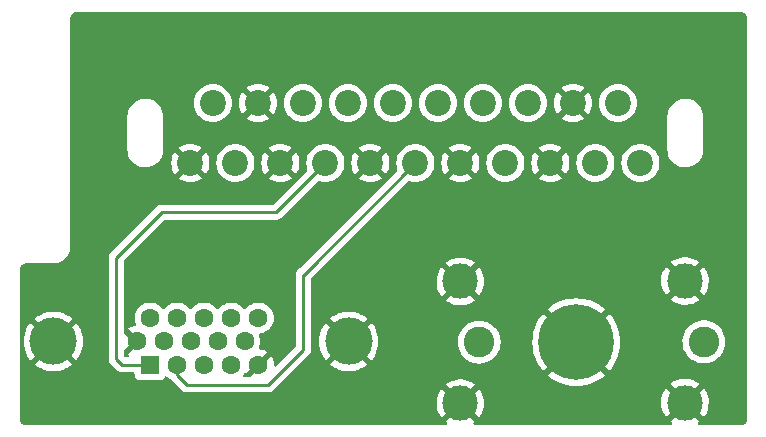
<source format=gbr>
%TF.GenerationSoftware,KiCad,Pcbnew,6.0.11-2627ca5db0~126~ubuntu22.04.1*%
%TF.CreationDate,2024-01-17T10:59:56+01:00*%
%TF.ProjectId,SCART-TO-HD15,53434152-542d-4544-9f2d-484431352e6b,rev?*%
%TF.SameCoordinates,Original*%
%TF.FileFunction,Copper,L2,Bot*%
%TF.FilePolarity,Positive*%
%FSLAX46Y46*%
G04 Gerber Fmt 4.6, Leading zero omitted, Abs format (unit mm)*
G04 Created by KiCad (PCBNEW 6.0.11-2627ca5db0~126~ubuntu22.04.1) date 2024-01-17 10:59:56*
%MOMM*%
%LPD*%
G01*
G04 APERTURE LIST*
%TA.AperFunction,ComponentPad*%
%ADD10C,2.200000*%
%TD*%
%TA.AperFunction,ComponentPad*%
%ADD11C,2.600000*%
%TD*%
%TA.AperFunction,ComponentPad*%
%ADD12C,3.000000*%
%TD*%
%TA.AperFunction,ComponentPad*%
%ADD13C,6.400000*%
%TD*%
%TA.AperFunction,ComponentPad*%
%ADD14C,4.000000*%
%TD*%
%TA.AperFunction,ComponentPad*%
%ADD15R,1.600000X1.600000*%
%TD*%
%TA.AperFunction,ComponentPad*%
%ADD16C,1.600000*%
%TD*%
%TA.AperFunction,Conductor*%
%ADD17C,0.250000*%
%TD*%
G04 APERTURE END LIST*
D10*
%TO.P,J1,1,P1*%
%TO.N,unconnected-(J1-Pad1)*%
X156767107Y-86300000D03*
%TO.P,J1,2,P2*%
%TO.N,/AUDIO_R*%
X154852107Y-81220000D03*
%TO.P,J1,3,P3*%
%TO.N,unconnected-(J1-Pad3)*%
X152957107Y-86300000D03*
%TO.P,J1,4,P4*%
%TO.N,GND*%
X151042107Y-81220000D03*
%TO.P,J1,5,P5*%
X149147107Y-86300000D03*
%TO.P,J1,6,P6*%
%TO.N,/AUDIO_L*%
X147232107Y-81220000D03*
%TO.P,J1,7,P7*%
%TO.N,/BLUE*%
X145337107Y-86300000D03*
%TO.P,J1,8,P8*%
%TO.N,unconnected-(J1-Pad8)*%
X143422107Y-81220000D03*
%TO.P,J1,9,P9*%
%TO.N,GND*%
X141527107Y-86300000D03*
%TO.P,J1,10,P10*%
%TO.N,unconnected-(J1-Pad10)*%
X139612107Y-81220000D03*
%TO.P,J1,11,P11*%
%TO.N,/GREEN*%
X137717107Y-86300000D03*
%TO.P,J1,12,P12*%
%TO.N,unconnected-(J1-Pad12)*%
X135802107Y-81220000D03*
%TO.P,J1,13,P13*%
%TO.N,GND*%
X133907107Y-86300000D03*
%TO.P,J1,14,P14*%
%TO.N,unconnected-(J1-Pad14)*%
X131992107Y-81220000D03*
%TO.P,J1,15,P15*%
%TO.N,/RED*%
X130097107Y-86300000D03*
%TO.P,J1,16,P16*%
%TO.N,/BLANKING*%
X128182107Y-81220000D03*
%TO.P,J1,17,P17*%
%TO.N,GND*%
X126287107Y-86300000D03*
%TO.P,J1,18,P18*%
X124372107Y-81220000D03*
%TO.P,J1,19,P19*%
%TO.N,unconnected-(J1-Pad19)*%
X122477107Y-86300000D03*
%TO.P,J1,20,P20*%
%TO.N,/SYNC*%
X120562107Y-81220000D03*
%TO.P,J1,21,P21*%
%TO.N,GND*%
X118667107Y-86300000D03*
%TD*%
D11*
%TO.P,J2,1,In*%
%TO.N,/AUDIO_R*%
X162140000Y-101440000D03*
D12*
%TO.P,J2,2,Ext*%
%TO.N,GND*%
X160540000Y-106590000D03*
X160540000Y-96290000D03*
%TD*%
D11*
%TO.P,J3,1,In*%
%TO.N,/AUDIO_L*%
X143120000Y-101470000D03*
D12*
%TO.P,J3,2,Ext*%
%TO.N,GND*%
X141520000Y-106620000D03*
X141520000Y-96320000D03*
%TD*%
D13*
%TO.P,H1,1,1*%
%TO.N,GND*%
X151330000Y-101470000D03*
%TD*%
D14*
%TO.P,J10,0*%
%TO.N,GND*%
X132065000Y-101405331D03*
X107065000Y-101405331D03*
D15*
%TO.P,J10,1*%
%TO.N,/RED*%
X115250000Y-103385331D03*
D16*
%TO.P,J10,2*%
%TO.N,/GREEN*%
X117540000Y-103385331D03*
%TO.P,J10,3*%
%TO.N,/BLUE*%
X119830000Y-103385331D03*
%TO.P,J10,4*%
%TO.N,unconnected-(J10-Pad4)*%
X122120000Y-103385331D03*
%TO.P,J10,5*%
%TO.N,GND*%
X124410000Y-103385331D03*
%TO.P,J10,6*%
X114105000Y-101405331D03*
%TO.P,J10,7*%
X116395000Y-101405331D03*
%TO.P,J10,8*%
X118685000Y-101405331D03*
%TO.P,J10,9*%
%TO.N,/BLANKING*%
X120975000Y-101405331D03*
%TO.P,J10,10*%
%TO.N,GND*%
X123265000Y-101405331D03*
%TO.P,J10,11*%
%TO.N,unconnected-(J10-Pad11)*%
X115250000Y-99425331D03*
%TO.P,J10,12*%
%TO.N,unconnected-(J10-Pad12)*%
X117540000Y-99425331D03*
%TO.P,J10,13*%
%TO.N,/SYNC*%
X119830000Y-99425331D03*
%TO.P,J10,14*%
%TO.N,unconnected-(J10-Pad14)*%
X122120000Y-99425331D03*
%TO.P,J10,15*%
%TO.N,unconnected-(J10-Pad15)*%
X124410000Y-99425331D03*
%TD*%
D17*
%TO.N,/RED*%
X115234669Y-103370000D02*
X112880000Y-103370000D01*
X112370000Y-102860000D02*
X112370000Y-94320000D01*
X112880000Y-103370000D02*
X112370000Y-102860000D01*
X112370000Y-94320000D02*
X116230000Y-90460000D01*
X125937107Y-90460000D02*
X124660000Y-90460000D01*
X130097107Y-86300000D02*
X125937107Y-90460000D01*
X115250000Y-103385331D02*
X115234669Y-103370000D01*
X116230000Y-90460000D02*
X124660000Y-90460000D01*
%TO.N,/GREEN*%
X117540000Y-103385331D02*
X117540000Y-104230000D01*
X117540000Y-104230000D02*
X118400000Y-105090000D01*
X118400000Y-105090000D02*
X125240000Y-105090000D01*
X128274214Y-95742893D02*
X128240000Y-95742893D01*
X128240000Y-102090000D02*
X128240000Y-95742893D01*
X137717107Y-86300000D02*
X128274214Y-95742893D01*
X125240000Y-105090000D02*
X128240000Y-102090000D01*
%TD*%
%TA.AperFunction,Conductor*%
%TO.N,GND*%
G36*
X165262915Y-73510000D02*
G01*
X165277748Y-73512310D01*
X165277752Y-73512310D01*
X165286621Y-73513691D01*
X165295646Y-73512511D01*
X165326081Y-73512239D01*
X165380950Y-73518421D01*
X165388161Y-73519233D01*
X165415664Y-73525510D01*
X165492757Y-73552486D01*
X165518171Y-73564725D01*
X165587325Y-73608177D01*
X165609384Y-73625769D01*
X165667128Y-73683513D01*
X165684720Y-73705571D01*
X165728174Y-73774726D01*
X165740416Y-73800148D01*
X165767387Y-73877227D01*
X165773666Y-73904736D01*
X165779915Y-73960202D01*
X165779650Y-73975867D01*
X165780693Y-73975880D01*
X165780584Y-73984849D01*
X165779202Y-73993724D01*
X165782291Y-74017344D01*
X165783329Y-74025283D01*
X165784393Y-74041621D01*
X165784393Y-107950633D01*
X165782893Y-107970018D01*
X165780583Y-107984851D01*
X165780583Y-107984855D01*
X165779202Y-107993724D01*
X165780366Y-108002626D01*
X165780366Y-108002631D01*
X165780382Y-108002750D01*
X165780653Y-108033187D01*
X165773659Y-108095261D01*
X165767380Y-108122769D01*
X165740407Y-108199853D01*
X165728165Y-108225274D01*
X165684718Y-108294420D01*
X165667126Y-108316479D01*
X165609377Y-108374228D01*
X165587323Y-108391816D01*
X165518168Y-108435269D01*
X165492752Y-108447508D01*
X165415664Y-108474482D01*
X165388157Y-108480761D01*
X165371717Y-108482613D01*
X165332624Y-108487017D01*
X165316975Y-108487800D01*
X165308044Y-108487691D01*
X165299173Y-108486309D01*
X165290270Y-108487473D01*
X165290264Y-108487473D01*
X165267603Y-108490436D01*
X165251267Y-108491500D01*
X161731357Y-108491500D01*
X161663236Y-108471498D01*
X161616743Y-108417842D01*
X161606639Y-108347568D01*
X161636133Y-108282988D01*
X161664299Y-108259608D01*
X161664046Y-108259236D01*
X161674679Y-108252009D01*
X161754655Y-108189301D01*
X161763125Y-108177442D01*
X161756608Y-108165818D01*
X160552812Y-106962022D01*
X160538868Y-106954408D01*
X160537035Y-106954539D01*
X160530420Y-106958790D01*
X159322910Y-108166300D01*
X159315618Y-108179654D01*
X159322673Y-108189627D01*
X159353679Y-108215551D01*
X159360608Y-108220586D01*
X159421468Y-108258763D01*
X159468546Y-108311906D01*
X159479418Y-108382065D01*
X159450634Y-108446965D01*
X159391332Y-108486000D01*
X159354512Y-108491500D01*
X142752401Y-108491500D01*
X142684280Y-108471498D01*
X142637787Y-108417842D01*
X142627683Y-108347568D01*
X142657177Y-108282988D01*
X142674655Y-108266346D01*
X142734655Y-108219301D01*
X142743125Y-108207442D01*
X142736608Y-108195818D01*
X141532812Y-106992022D01*
X141518868Y-106984408D01*
X141517035Y-106984539D01*
X141510420Y-106988790D01*
X140302910Y-108196300D01*
X140295618Y-108209654D01*
X140302673Y-108219627D01*
X140333679Y-108245551D01*
X140340604Y-108250583D01*
X140353643Y-108258762D01*
X140400721Y-108311905D01*
X140411594Y-108382064D01*
X140382811Y-108446964D01*
X140323509Y-108486000D01*
X140286688Y-108491500D01*
X104756470Y-108491500D01*
X104737085Y-108490000D01*
X104722252Y-108487690D01*
X104722248Y-108487690D01*
X104713379Y-108486309D01*
X104704354Y-108487489D01*
X104673919Y-108487761D01*
X104619050Y-108481579D01*
X104611839Y-108480767D01*
X104584336Y-108474490D01*
X104507243Y-108447514D01*
X104481827Y-108435274D01*
X104467197Y-108426081D01*
X104412672Y-108391821D01*
X104390616Y-108374231D01*
X104332872Y-108316487D01*
X104315280Y-108294429D01*
X104292869Y-108258763D01*
X104271825Y-108225273D01*
X104259587Y-108199860D01*
X104232611Y-108122767D01*
X104226334Y-108095265D01*
X104220274Y-108041484D01*
X104219992Y-108016659D01*
X104220683Y-108012552D01*
X104220836Y-108000000D01*
X104216880Y-107972376D01*
X104215607Y-107954514D01*
X104215607Y-106603204D01*
X139507665Y-106603204D01*
X139522932Y-106867969D01*
X139524005Y-106876470D01*
X139575065Y-107136722D01*
X139577276Y-107144974D01*
X139663184Y-107395894D01*
X139666499Y-107403779D01*
X139785664Y-107640713D01*
X139790020Y-107648079D01*
X139919347Y-107836250D01*
X139929601Y-107844594D01*
X139943342Y-107837448D01*
X141147978Y-106632812D01*
X141154356Y-106621132D01*
X141884408Y-106621132D01*
X141884539Y-106622965D01*
X141888790Y-106629580D01*
X143095730Y-107836520D01*
X143107939Y-107843187D01*
X143119439Y-107834497D01*
X143216831Y-107701913D01*
X143221418Y-107694685D01*
X143347962Y-107461621D01*
X143351530Y-107453827D01*
X143445271Y-107205750D01*
X143447748Y-107197544D01*
X143506954Y-106939038D01*
X143508294Y-106930577D01*
X143532031Y-106664616D01*
X143532277Y-106659677D01*
X143532666Y-106622485D01*
X143532523Y-106617519D01*
X143529502Y-106573204D01*
X158527665Y-106573204D01*
X158542932Y-106837969D01*
X158544005Y-106846470D01*
X158595065Y-107106722D01*
X158597276Y-107114974D01*
X158683184Y-107365894D01*
X158686499Y-107373779D01*
X158805664Y-107610713D01*
X158810020Y-107618079D01*
X158939347Y-107806250D01*
X158949601Y-107814594D01*
X158963342Y-107807448D01*
X160167978Y-106602812D01*
X160174356Y-106591132D01*
X160904408Y-106591132D01*
X160904539Y-106592965D01*
X160908790Y-106599580D01*
X162115730Y-107806520D01*
X162127939Y-107813187D01*
X162139439Y-107804497D01*
X162236831Y-107671913D01*
X162241418Y-107664685D01*
X162367962Y-107431621D01*
X162371530Y-107423827D01*
X162465271Y-107175750D01*
X162467748Y-107167544D01*
X162526954Y-106909038D01*
X162528294Y-106900577D01*
X162552031Y-106634616D01*
X162552277Y-106629677D01*
X162552666Y-106592485D01*
X162552523Y-106587519D01*
X162534362Y-106321123D01*
X162533201Y-106312649D01*
X162479419Y-106052944D01*
X162477120Y-106044709D01*
X162388588Y-105794705D01*
X162385191Y-105786854D01*
X162263550Y-105551178D01*
X162259122Y-105543866D01*
X162140031Y-105374417D01*
X162129509Y-105366037D01*
X162116121Y-105373089D01*
X160912022Y-106577188D01*
X160904408Y-106591132D01*
X160174356Y-106591132D01*
X160175592Y-106588868D01*
X160175461Y-106587035D01*
X160171210Y-106580420D01*
X158963814Y-105373024D01*
X158951804Y-105366466D01*
X158940064Y-105375434D01*
X158831935Y-105525911D01*
X158827418Y-105533196D01*
X158703325Y-105767567D01*
X158699839Y-105775395D01*
X158608700Y-106024446D01*
X158606311Y-106032670D01*
X158549812Y-106291795D01*
X158548563Y-106300250D01*
X158527754Y-106564653D01*
X158527665Y-106573204D01*
X143529502Y-106573204D01*
X143514362Y-106351123D01*
X143513201Y-106342649D01*
X143459419Y-106082944D01*
X143457120Y-106074709D01*
X143368588Y-105824705D01*
X143365191Y-105816854D01*
X143243550Y-105581178D01*
X143239122Y-105573866D01*
X143120031Y-105404417D01*
X143109509Y-105396037D01*
X143096121Y-105403089D01*
X141892022Y-106607188D01*
X141884408Y-106621132D01*
X141154356Y-106621132D01*
X141155592Y-106618868D01*
X141155461Y-106617035D01*
X141151210Y-106610420D01*
X139943814Y-105403024D01*
X139931804Y-105396466D01*
X139920064Y-105405434D01*
X139811935Y-105555911D01*
X139807418Y-105563196D01*
X139683325Y-105797567D01*
X139679839Y-105805395D01*
X139588700Y-106054446D01*
X139586311Y-106062670D01*
X139529812Y-106321795D01*
X139528563Y-106330250D01*
X139507754Y-106594653D01*
X139507665Y-106603204D01*
X104215607Y-106603204D01*
X104215607Y-103351318D01*
X105483721Y-103351318D01*
X105492548Y-103362936D01*
X105715281Y-103524761D01*
X105721961Y-103529001D01*
X105991572Y-103677221D01*
X105998707Y-103680578D01*
X106284770Y-103793839D01*
X106292296Y-103796284D01*
X106590279Y-103872793D01*
X106598050Y-103874276D01*
X106903278Y-103912834D01*
X106911169Y-103913331D01*
X107218831Y-103913331D01*
X107226722Y-103912834D01*
X107531950Y-103874276D01*
X107539721Y-103872793D01*
X107837704Y-103796284D01*
X107845230Y-103793839D01*
X108131293Y-103680578D01*
X108138428Y-103677221D01*
X108408039Y-103529001D01*
X108414719Y-103524761D01*
X108637823Y-103362667D01*
X108646246Y-103351744D01*
X108639342Y-103338883D01*
X107077812Y-101777353D01*
X107063868Y-101769739D01*
X107062035Y-101769870D01*
X107055420Y-101774121D01*
X105490334Y-103339207D01*
X105483721Y-103351318D01*
X104215607Y-103351318D01*
X104215607Y-101409289D01*
X104552290Y-101409289D01*
X104571607Y-101716325D01*
X104572600Y-101724186D01*
X104630246Y-102026377D01*
X104632217Y-102034054D01*
X104727284Y-102326640D01*
X104730199Y-102334003D01*
X104861189Y-102612372D01*
X104865001Y-102619305D01*
X105029851Y-102879067D01*
X105034495Y-102885460D01*
X105109497Y-102976121D01*
X105122014Y-102984576D01*
X105132752Y-102978369D01*
X106692978Y-101418143D01*
X106699356Y-101406463D01*
X107429408Y-101406463D01*
X107429539Y-101408296D01*
X107433790Y-101414911D01*
X108996145Y-102977266D01*
X109009407Y-102984508D01*
X109019512Y-102977319D01*
X109095505Y-102885460D01*
X109100149Y-102879067D01*
X109264999Y-102619305D01*
X109268811Y-102612372D01*
X109399801Y-102334003D01*
X109402716Y-102326640D01*
X109497783Y-102034054D01*
X109499754Y-102026377D01*
X109557400Y-101724186D01*
X109558393Y-101716325D01*
X109577710Y-101409289D01*
X109577710Y-101401373D01*
X109558393Y-101094337D01*
X109557400Y-101086476D01*
X109499754Y-100784285D01*
X109497783Y-100776608D01*
X109402716Y-100484022D01*
X109399801Y-100476659D01*
X109268811Y-100198290D01*
X109264999Y-100191357D01*
X109100149Y-99931595D01*
X109095505Y-99925202D01*
X109020503Y-99834541D01*
X109007986Y-99826086D01*
X108997248Y-99832293D01*
X107437022Y-101392519D01*
X107429408Y-101406463D01*
X106699356Y-101406463D01*
X106700592Y-101404199D01*
X106700461Y-101402366D01*
X106696210Y-101395751D01*
X105133855Y-99833396D01*
X105120593Y-99826154D01*
X105110488Y-99833343D01*
X105034495Y-99925202D01*
X105029851Y-99931595D01*
X104865001Y-100191357D01*
X104861189Y-100198290D01*
X104730199Y-100476659D01*
X104727284Y-100484022D01*
X104632217Y-100776608D01*
X104630246Y-100784285D01*
X104572600Y-101086476D01*
X104571607Y-101094337D01*
X104552290Y-101401373D01*
X104552290Y-101409289D01*
X104215607Y-101409289D01*
X104215607Y-99458918D01*
X105483754Y-99458918D01*
X105490658Y-99471779D01*
X107052188Y-101033309D01*
X107066132Y-101040923D01*
X107067965Y-101040792D01*
X107074580Y-101036541D01*
X108639666Y-99471455D01*
X108646279Y-99459344D01*
X108637452Y-99447726D01*
X108414719Y-99285901D01*
X108408039Y-99281661D01*
X108138428Y-99133441D01*
X108131293Y-99130084D01*
X107845230Y-99016823D01*
X107837704Y-99014378D01*
X107539721Y-98937869D01*
X107531950Y-98936386D01*
X107226722Y-98897828D01*
X107218831Y-98897331D01*
X106911169Y-98897331D01*
X106903278Y-98897828D01*
X106598050Y-98936386D01*
X106590279Y-98937869D01*
X106292296Y-99014378D01*
X106284770Y-99016823D01*
X105998707Y-99130084D01*
X105991572Y-99133441D01*
X105721961Y-99281661D01*
X105715281Y-99285901D01*
X105492177Y-99447995D01*
X105483754Y-99458918D01*
X104215607Y-99458918D01*
X104215607Y-95342263D01*
X104217107Y-95322876D01*
X104219417Y-95308043D01*
X104219417Y-95308042D01*
X104220798Y-95299173D01*
X104219619Y-95290153D01*
X104219348Y-95259704D01*
X104226343Y-95197633D01*
X104232621Y-95170127D01*
X104259594Y-95093045D01*
X104271835Y-95067626D01*
X104315282Y-94998479D01*
X104332876Y-94976417D01*
X104390624Y-94918671D01*
X104412683Y-94901080D01*
X104481830Y-94857633D01*
X104507250Y-94845392D01*
X104584337Y-94818418D01*
X104611843Y-94812140D01*
X104667433Y-94805877D01*
X104683078Y-94805094D01*
X104691954Y-94805203D01*
X104700827Y-94806584D01*
X104709730Y-94805420D01*
X104709735Y-94805420D01*
X104732397Y-94802457D01*
X104748733Y-94801393D01*
X106946750Y-94801393D01*
X106967655Y-94803139D01*
X106982656Y-94805663D01*
X106982659Y-94805663D01*
X106987448Y-94806469D01*
X106993687Y-94806545D01*
X106995140Y-94806563D01*
X106995143Y-94806563D01*
X107000000Y-94806622D01*
X107014692Y-94804518D01*
X107023545Y-94803569D01*
X107210743Y-94790180D01*
X107215231Y-94789859D01*
X107298554Y-94771733D01*
X107421692Y-94744947D01*
X107421695Y-94744946D01*
X107426081Y-94743992D01*
X107568746Y-94690780D01*
X107624038Y-94670157D01*
X107624042Y-94670155D01*
X107628257Y-94668583D01*
X107632203Y-94666428D01*
X107632208Y-94666426D01*
X107813689Y-94567329D01*
X107813688Y-94567329D01*
X107817643Y-94565170D01*
X107990384Y-94435857D01*
X108126297Y-94299943D01*
X111731780Y-94299943D01*
X111732526Y-94307835D01*
X111735941Y-94343961D01*
X111736500Y-94355819D01*
X111736500Y-102781233D01*
X111735973Y-102792416D01*
X111734298Y-102799909D01*
X111734547Y-102807835D01*
X111734547Y-102807836D01*
X111736438Y-102867986D01*
X111736500Y-102871945D01*
X111736500Y-102899856D01*
X111736997Y-102903790D01*
X111736997Y-102903791D01*
X111737005Y-102903856D01*
X111737938Y-102915693D01*
X111739327Y-102959889D01*
X111744696Y-102978369D01*
X111744978Y-102979339D01*
X111748987Y-102998700D01*
X111751526Y-103018797D01*
X111754445Y-103026168D01*
X111754445Y-103026170D01*
X111767804Y-103059912D01*
X111771649Y-103071142D01*
X111781771Y-103105983D01*
X111783982Y-103113593D01*
X111788015Y-103120412D01*
X111788017Y-103120417D01*
X111794293Y-103131028D01*
X111802988Y-103148776D01*
X111810448Y-103167617D01*
X111815110Y-103174033D01*
X111815110Y-103174034D01*
X111836436Y-103203387D01*
X111842952Y-103213307D01*
X111859870Y-103241913D01*
X111865458Y-103251362D01*
X111879779Y-103265683D01*
X111892619Y-103280716D01*
X111904528Y-103297107D01*
X111936413Y-103323484D01*
X111938593Y-103325288D01*
X111947374Y-103333278D01*
X112376353Y-103762258D01*
X112383887Y-103770537D01*
X112388000Y-103777018D01*
X112437651Y-103823643D01*
X112440493Y-103826398D01*
X112460230Y-103846135D01*
X112463427Y-103848615D01*
X112472447Y-103856318D01*
X112504679Y-103886586D01*
X112511625Y-103890405D01*
X112511628Y-103890407D01*
X112522434Y-103896348D01*
X112538953Y-103907199D01*
X112554959Y-103919614D01*
X112562228Y-103922759D01*
X112562232Y-103922762D01*
X112595537Y-103937174D01*
X112606187Y-103942391D01*
X112644940Y-103963695D01*
X112652615Y-103965666D01*
X112652616Y-103965666D01*
X112664562Y-103968733D01*
X112683267Y-103975137D01*
X112701855Y-103983181D01*
X112709678Y-103984420D01*
X112709688Y-103984423D01*
X112745524Y-103990099D01*
X112757144Y-103992505D01*
X112792289Y-104001528D01*
X112799970Y-104003500D01*
X112820224Y-104003500D01*
X112839934Y-104005051D01*
X112859943Y-104008220D01*
X112867835Y-104007474D01*
X112903961Y-104004059D01*
X112915819Y-104003500D01*
X113815500Y-104003500D01*
X113883621Y-104023502D01*
X113930114Y-104077158D01*
X113941500Y-104129500D01*
X113941500Y-104233465D01*
X113948255Y-104295647D01*
X113999385Y-104432036D01*
X114086739Y-104548592D01*
X114203295Y-104635946D01*
X114339684Y-104687076D01*
X114401866Y-104693831D01*
X116098134Y-104693831D01*
X116160316Y-104687076D01*
X116296705Y-104635946D01*
X116413261Y-104548592D01*
X116484438Y-104453621D01*
X116495231Y-104439220D01*
X116495231Y-104439219D01*
X116500615Y-104432036D01*
X116503221Y-104425086D01*
X116552926Y-104375492D01*
X116622317Y-104360478D01*
X116693540Y-104389369D01*
X116695700Y-104391529D01*
X116700202Y-104394681D01*
X116700204Y-104394683D01*
X116753550Y-104432036D01*
X116883251Y-104522854D01*
X116888233Y-104525177D01*
X116888238Y-104525180D01*
X116977625Y-104566861D01*
X117024801Y-104609637D01*
X117026561Y-104608272D01*
X117031424Y-104614541D01*
X117035458Y-104621362D01*
X117049779Y-104635683D01*
X117062619Y-104650716D01*
X117074528Y-104667107D01*
X117099937Y-104688127D01*
X117108605Y-104695298D01*
X117117384Y-104703288D01*
X117896343Y-105482247D01*
X117903887Y-105490537D01*
X117908000Y-105497018D01*
X117913777Y-105502443D01*
X117957667Y-105543658D01*
X117960509Y-105546413D01*
X117980231Y-105566135D01*
X117983355Y-105568558D01*
X117983359Y-105568562D01*
X117983424Y-105568612D01*
X117992445Y-105576317D01*
X118024679Y-105606586D01*
X118031627Y-105610405D01*
X118031629Y-105610407D01*
X118042432Y-105616346D01*
X118058959Y-105627202D01*
X118068698Y-105634757D01*
X118068700Y-105634758D01*
X118074960Y-105639614D01*
X118115540Y-105657174D01*
X118126188Y-105662391D01*
X118150976Y-105676018D01*
X118164940Y-105683695D01*
X118172616Y-105685666D01*
X118172619Y-105685667D01*
X118184562Y-105688733D01*
X118203267Y-105695137D01*
X118221855Y-105703181D01*
X118229678Y-105704420D01*
X118229688Y-105704423D01*
X118265524Y-105710099D01*
X118277144Y-105712505D01*
X118308959Y-105720673D01*
X118319970Y-105723500D01*
X118340224Y-105723500D01*
X118359934Y-105725051D01*
X118379943Y-105728220D01*
X118387835Y-105727474D01*
X118406580Y-105725702D01*
X118423962Y-105724059D01*
X118435819Y-105723500D01*
X125161233Y-105723500D01*
X125172416Y-105724027D01*
X125179909Y-105725702D01*
X125187835Y-105725453D01*
X125187836Y-105725453D01*
X125247986Y-105723562D01*
X125251945Y-105723500D01*
X125279856Y-105723500D01*
X125283791Y-105723003D01*
X125283856Y-105722995D01*
X125295693Y-105722062D01*
X125327951Y-105721048D01*
X125331970Y-105720922D01*
X125339889Y-105720673D01*
X125359343Y-105715021D01*
X125378700Y-105711013D01*
X125390930Y-105709468D01*
X125390931Y-105709468D01*
X125398797Y-105708474D01*
X125406168Y-105705555D01*
X125406170Y-105705555D01*
X125439912Y-105692196D01*
X125451142Y-105688351D01*
X125485983Y-105678229D01*
X125485984Y-105678229D01*
X125493593Y-105676018D01*
X125500412Y-105671985D01*
X125500417Y-105671983D01*
X125511028Y-105665707D01*
X125528776Y-105657012D01*
X125547617Y-105649552D01*
X125583387Y-105623564D01*
X125593307Y-105617048D01*
X125624535Y-105598580D01*
X125624538Y-105598578D01*
X125631362Y-105594542D01*
X125645683Y-105580221D01*
X125660717Y-105567380D01*
X125662431Y-105566135D01*
X125677107Y-105555472D01*
X125705298Y-105521395D01*
X125713288Y-105512616D01*
X126193404Y-105032500D01*
X140296584Y-105032500D01*
X140302980Y-105043770D01*
X141507188Y-106247978D01*
X141521132Y-106255592D01*
X141522965Y-106255461D01*
X141529580Y-106251210D01*
X142736604Y-105044186D01*
X142743795Y-105031017D01*
X142736473Y-105020780D01*
X142689233Y-104982115D01*
X142682261Y-104977160D01*
X142456122Y-104838582D01*
X142448552Y-104834624D01*
X142205704Y-104728022D01*
X142197644Y-104725120D01*
X141942592Y-104652467D01*
X141934214Y-104650685D01*
X141671656Y-104613318D01*
X141663111Y-104612691D01*
X141397908Y-104611302D01*
X141389374Y-104611839D01*
X141126433Y-104646456D01*
X141118035Y-104648149D01*
X140862238Y-104718127D01*
X140854143Y-104720946D01*
X140610199Y-104824997D01*
X140602577Y-104828881D01*
X140375013Y-104965075D01*
X140367981Y-104969962D01*
X140305053Y-105020377D01*
X140296584Y-105032500D01*
X126193404Y-105032500D01*
X126958518Y-104267386D01*
X148897759Y-104267386D01*
X148905216Y-104277753D01*
X149144935Y-104471874D01*
X149150272Y-104475751D01*
X149470685Y-104683830D01*
X149476394Y-104687127D01*
X149816811Y-104860578D01*
X149822836Y-104863260D01*
X150179502Y-105000171D01*
X150185784Y-105002212D01*
X150554816Y-105101094D01*
X150561266Y-105102465D01*
X150938629Y-105162234D01*
X150945167Y-105162920D01*
X151326699Y-105182916D01*
X151333301Y-105182916D01*
X151714833Y-105162920D01*
X151721371Y-105162234D01*
X152098734Y-105102465D01*
X152105184Y-105101094D01*
X152473141Y-105002500D01*
X159316584Y-105002500D01*
X159322980Y-105013770D01*
X160527188Y-106217978D01*
X160541132Y-106225592D01*
X160542965Y-106225461D01*
X160549580Y-106221210D01*
X161756604Y-105014186D01*
X161763795Y-105001017D01*
X161756473Y-104990780D01*
X161709233Y-104952115D01*
X161702261Y-104947160D01*
X161476122Y-104808582D01*
X161468552Y-104804624D01*
X161225704Y-104698022D01*
X161217644Y-104695120D01*
X160962592Y-104622467D01*
X160954214Y-104620685D01*
X160691656Y-104583318D01*
X160683111Y-104582691D01*
X160417908Y-104581302D01*
X160409374Y-104581839D01*
X160146433Y-104616456D01*
X160138035Y-104618149D01*
X159882238Y-104688127D01*
X159874143Y-104690946D01*
X159630199Y-104794997D01*
X159622577Y-104798881D01*
X159395013Y-104935075D01*
X159387981Y-104939962D01*
X159325053Y-104990377D01*
X159316584Y-105002500D01*
X152473141Y-105002500D01*
X152474216Y-105002212D01*
X152480498Y-105000171D01*
X152837164Y-104863260D01*
X152843189Y-104860578D01*
X153183606Y-104687127D01*
X153189315Y-104683830D01*
X153509728Y-104475751D01*
X153515065Y-104471874D01*
X153753835Y-104278522D01*
X153762300Y-104266267D01*
X153755966Y-104255176D01*
X151342812Y-101842022D01*
X151328868Y-101834408D01*
X151327035Y-101834539D01*
X151320420Y-101838790D01*
X148904900Y-104254310D01*
X148897759Y-104267386D01*
X126958518Y-104267386D01*
X127874586Y-103351318D01*
X130483721Y-103351318D01*
X130492548Y-103362936D01*
X130715281Y-103524761D01*
X130721961Y-103529001D01*
X130991572Y-103677221D01*
X130998707Y-103680578D01*
X131284770Y-103793839D01*
X131292296Y-103796284D01*
X131590279Y-103872793D01*
X131598050Y-103874276D01*
X131903278Y-103912834D01*
X131911169Y-103913331D01*
X132218831Y-103913331D01*
X132226722Y-103912834D01*
X132531950Y-103874276D01*
X132539721Y-103872793D01*
X132837704Y-103796284D01*
X132845230Y-103793839D01*
X133131293Y-103680578D01*
X133138428Y-103677221D01*
X133408039Y-103529001D01*
X133414719Y-103524761D01*
X133637823Y-103362667D01*
X133646246Y-103351744D01*
X133639342Y-103338883D01*
X132077812Y-101777353D01*
X132063868Y-101769739D01*
X132062035Y-101769870D01*
X132055420Y-101774121D01*
X130490334Y-103339207D01*
X130483721Y-103351318D01*
X127874586Y-103351318D01*
X128632247Y-102593657D01*
X128640537Y-102586113D01*
X128647018Y-102582000D01*
X128693659Y-102532332D01*
X128696413Y-102529491D01*
X128716135Y-102509769D01*
X128718619Y-102506567D01*
X128726317Y-102497555D01*
X128751161Y-102471098D01*
X128756586Y-102465321D01*
X128766347Y-102447566D01*
X128777198Y-102431047D01*
X128789614Y-102415041D01*
X128807174Y-102374463D01*
X128812391Y-102363813D01*
X128833695Y-102325060D01*
X128838733Y-102305437D01*
X128845137Y-102286734D01*
X128850033Y-102275420D01*
X128850033Y-102275419D01*
X128853181Y-102268145D01*
X128854420Y-102260322D01*
X128854423Y-102260312D01*
X128860099Y-102224476D01*
X128862505Y-102212856D01*
X128871528Y-102177711D01*
X128871528Y-102177710D01*
X128873500Y-102170030D01*
X128873500Y-102149776D01*
X128875051Y-102130065D01*
X128876980Y-102117886D01*
X128878220Y-102110057D01*
X128874059Y-102066038D01*
X128873500Y-102054181D01*
X128873500Y-101409289D01*
X129552290Y-101409289D01*
X129571607Y-101716325D01*
X129572600Y-101724186D01*
X129630246Y-102026377D01*
X129632217Y-102034054D01*
X129727284Y-102326640D01*
X129730199Y-102334003D01*
X129861189Y-102612372D01*
X129865001Y-102619305D01*
X130029851Y-102879067D01*
X130034495Y-102885460D01*
X130109497Y-102976121D01*
X130122014Y-102984576D01*
X130132752Y-102978369D01*
X131692978Y-101418143D01*
X131699356Y-101406463D01*
X132429408Y-101406463D01*
X132429539Y-101408296D01*
X132433790Y-101414911D01*
X133996145Y-102977266D01*
X134009407Y-102984508D01*
X134019512Y-102977319D01*
X134095505Y-102885460D01*
X134100149Y-102879067D01*
X134264999Y-102619305D01*
X134268811Y-102612372D01*
X134399801Y-102334003D01*
X134402716Y-102326640D01*
X134497783Y-102034054D01*
X134499754Y-102026377D01*
X134557400Y-101724186D01*
X134558393Y-101716325D01*
X134576877Y-101422526D01*
X141307050Y-101422526D01*
X141307274Y-101427192D01*
X141307274Y-101427197D01*
X141312599Y-101538045D01*
X141319947Y-101691019D01*
X141372388Y-101954656D01*
X141463220Y-102207646D01*
X141465432Y-102211762D01*
X141465433Y-102211765D01*
X141533956Y-102339291D01*
X141590450Y-102444431D01*
X141593241Y-102448168D01*
X141593245Y-102448175D01*
X141695917Y-102585668D01*
X141751281Y-102659810D01*
X141754590Y-102663090D01*
X141754595Y-102663096D01*
X141908600Y-102815762D01*
X141942180Y-102849050D01*
X141945942Y-102851808D01*
X141945945Y-102851811D01*
X142125123Y-102983189D01*
X142158954Y-103007995D01*
X142163089Y-103010171D01*
X142163093Y-103010173D01*
X142359661Y-103113593D01*
X142396840Y-103133154D01*
X142513903Y-103174034D01*
X142597958Y-103203387D01*
X142650613Y-103221775D01*
X142655206Y-103222647D01*
X142910109Y-103271042D01*
X142910112Y-103271042D01*
X142914698Y-103271913D01*
X143042370Y-103276929D01*
X143178625Y-103282283D01*
X143178630Y-103282283D01*
X143183293Y-103282466D01*
X143287607Y-103271042D01*
X143445844Y-103253713D01*
X143445850Y-103253712D01*
X143450497Y-103253203D01*
X143493379Y-103241913D01*
X143705918Y-103185956D01*
X143705920Y-103185955D01*
X143710441Y-103184765D01*
X143784565Y-103152919D01*
X143953120Y-103080502D01*
X143953122Y-103080501D01*
X143957414Y-103078657D01*
X144102523Y-102988861D01*
X144182017Y-102939669D01*
X144182021Y-102939666D01*
X144185990Y-102937210D01*
X144391149Y-102763530D01*
X144568382Y-102561434D01*
X144587101Y-102532333D01*
X144711269Y-102339291D01*
X144713797Y-102335361D01*
X144824199Y-102090278D01*
X144842221Y-102026377D01*
X144895893Y-101836072D01*
X144895894Y-101836069D01*
X144897163Y-101831568D01*
X144915043Y-101691019D01*
X144930688Y-101568045D01*
X144930688Y-101568041D01*
X144931086Y-101564915D01*
X144931790Y-101538045D01*
X144932931Y-101494426D01*
X144933485Y-101473298D01*
X147617084Y-101473298D01*
X147637080Y-101854833D01*
X147637766Y-101861371D01*
X147697535Y-102238734D01*
X147698906Y-102245184D01*
X147797788Y-102614216D01*
X147799829Y-102620498D01*
X147936740Y-102977164D01*
X147939422Y-102983189D01*
X148112872Y-103323603D01*
X148116169Y-103329313D01*
X148324253Y-103649735D01*
X148328123Y-103655061D01*
X148521478Y-103893835D01*
X148533733Y-103902300D01*
X148544824Y-103895966D01*
X150957978Y-101482812D01*
X150964356Y-101471132D01*
X151694408Y-101471132D01*
X151694539Y-101472965D01*
X151698790Y-101479580D01*
X154114310Y-103895100D01*
X154127386Y-103902241D01*
X154137753Y-103894784D01*
X154331877Y-103655061D01*
X154335747Y-103649735D01*
X154543831Y-103329313D01*
X154547128Y-103323603D01*
X154720578Y-102983189D01*
X154723260Y-102977164D01*
X154860171Y-102620498D01*
X154862212Y-102614216D01*
X154961094Y-102245184D01*
X154962465Y-102238734D01*
X155022234Y-101861371D01*
X155022920Y-101854833D01*
X155042916Y-101473298D01*
X155042916Y-101466699D01*
X155039029Y-101392526D01*
X160327050Y-101392526D01*
X160327274Y-101397192D01*
X160327274Y-101397197D01*
X160331387Y-101482812D01*
X160339947Y-101661019D01*
X160392388Y-101924656D01*
X160483220Y-102177646D01*
X160485432Y-102181762D01*
X160485433Y-102181765D01*
X160520920Y-102247808D01*
X160610450Y-102414431D01*
X160613241Y-102418168D01*
X160613245Y-102418175D01*
X160708252Y-102545404D01*
X160771281Y-102629810D01*
X160774590Y-102633090D01*
X160774595Y-102633096D01*
X160958863Y-102815762D01*
X160962180Y-102819050D01*
X160965942Y-102821808D01*
X160965945Y-102821811D01*
X161175183Y-102975230D01*
X161178954Y-102977995D01*
X161183089Y-102980171D01*
X161183093Y-102980173D01*
X161370279Y-103078657D01*
X161416840Y-103103154D01*
X161670613Y-103191775D01*
X161675206Y-103192647D01*
X161930109Y-103241042D01*
X161930112Y-103241042D01*
X161934698Y-103241913D01*
X162062370Y-103246929D01*
X162198625Y-103252283D01*
X162198630Y-103252283D01*
X162203293Y-103252466D01*
X162307607Y-103241042D01*
X162465844Y-103223713D01*
X162465850Y-103223712D01*
X162470497Y-103223203D01*
X162481778Y-103220233D01*
X162725918Y-103155956D01*
X162725920Y-103155955D01*
X162730441Y-103154765D01*
X162734738Y-103152919D01*
X162973120Y-103050502D01*
X162973122Y-103050501D01*
X162977414Y-103048657D01*
X163092781Y-102977266D01*
X163202017Y-102909669D01*
X163202021Y-102909666D01*
X163205990Y-102907210D01*
X163411149Y-102733530D01*
X163588382Y-102531434D01*
X163600510Y-102512580D01*
X163721126Y-102325060D01*
X163733797Y-102305361D01*
X163844199Y-102060278D01*
X163873988Y-101954656D01*
X163915893Y-101806072D01*
X163915894Y-101806069D01*
X163917163Y-101801568D01*
X163935043Y-101661019D01*
X163950688Y-101538045D01*
X163950688Y-101538041D01*
X163951086Y-101534915D01*
X163953571Y-101440000D01*
X163933650Y-101171937D01*
X163918638Y-101105592D01*
X163875361Y-100914331D01*
X163875360Y-100914326D01*
X163874327Y-100909763D01*
X163776902Y-100659238D01*
X163643518Y-100425864D01*
X163477105Y-100214769D01*
X163281317Y-100030591D01*
X163100721Y-99905306D01*
X163064299Y-99880039D01*
X163064296Y-99880037D01*
X163060457Y-99877374D01*
X163056264Y-99875306D01*
X162823564Y-99760551D01*
X162823561Y-99760550D01*
X162819376Y-99758486D01*
X162771745Y-99743239D01*
X162628443Y-99697368D01*
X162563370Y-99676538D01*
X162558763Y-99675788D01*
X162558760Y-99675787D01*
X162302674Y-99634081D01*
X162302675Y-99634081D01*
X162298063Y-99633330D01*
X162167719Y-99631624D01*
X162033961Y-99629873D01*
X162033958Y-99629873D01*
X162029284Y-99629812D01*
X161762937Y-99666060D01*
X161504874Y-99741278D01*
X161260763Y-99853815D01*
X161256854Y-99856378D01*
X161039881Y-99998631D01*
X161039876Y-99998635D01*
X161035968Y-100001197D01*
X160835426Y-100180188D01*
X160663544Y-100386854D01*
X160524096Y-100616656D01*
X160522287Y-100620970D01*
X160522285Y-100620974D01*
X160481032Y-100719353D01*
X160420148Y-100864545D01*
X160353981Y-101125077D01*
X160327050Y-101392526D01*
X155039029Y-101392526D01*
X155022920Y-101085167D01*
X155022234Y-101078629D01*
X154962465Y-100701266D01*
X154961094Y-100694816D01*
X154862212Y-100325784D01*
X154860171Y-100319502D01*
X154723260Y-99962836D01*
X154720578Y-99956811D01*
X154547128Y-99616397D01*
X154543831Y-99610687D01*
X154335747Y-99290265D01*
X154331877Y-99284939D01*
X154138522Y-99046165D01*
X154126267Y-99037700D01*
X154115176Y-99044034D01*
X151702022Y-101457188D01*
X151694408Y-101471132D01*
X150964356Y-101471132D01*
X150965592Y-101468868D01*
X150965461Y-101467035D01*
X150961210Y-101460420D01*
X148545690Y-99044900D01*
X148532614Y-99037759D01*
X148522247Y-99045216D01*
X148328123Y-99284939D01*
X148324253Y-99290265D01*
X148116169Y-99610687D01*
X148112872Y-99616397D01*
X147939422Y-99956811D01*
X147936740Y-99962836D01*
X147799829Y-100319502D01*
X147797788Y-100325784D01*
X147698906Y-100694816D01*
X147697535Y-100701266D01*
X147637766Y-101078629D01*
X147637080Y-101085167D01*
X147617084Y-101466699D01*
X147617084Y-101473298D01*
X144933485Y-101473298D01*
X144933571Y-101470000D01*
X144929059Y-101409289D01*
X144913996Y-101206592D01*
X144913996Y-101206591D01*
X144913650Y-101201937D01*
X144907915Y-101176592D01*
X144855361Y-100944331D01*
X144855360Y-100944326D01*
X144854327Y-100939763D01*
X144756902Y-100689238D01*
X144623518Y-100455864D01*
X144606825Y-100434688D01*
X144506826Y-100307840D01*
X144457105Y-100244769D01*
X144261317Y-100060591D01*
X144040457Y-99907374D01*
X144036264Y-99905306D01*
X143803564Y-99790551D01*
X143803561Y-99790550D01*
X143799376Y-99788486D01*
X143751745Y-99773239D01*
X143647802Y-99739967D01*
X143543370Y-99706538D01*
X143538763Y-99705788D01*
X143538760Y-99705787D01*
X143282674Y-99664081D01*
X143282675Y-99664081D01*
X143278063Y-99663330D01*
X143147719Y-99661624D01*
X143013961Y-99659873D01*
X143013958Y-99659873D01*
X143009284Y-99659812D01*
X142742937Y-99696060D01*
X142484874Y-99771278D01*
X142240763Y-99883815D01*
X142236854Y-99886378D01*
X142019881Y-100028631D01*
X142019876Y-100028635D01*
X142015968Y-100031197D01*
X142012476Y-100034314D01*
X141828757Y-100198290D01*
X141815426Y-100210188D01*
X141643544Y-100416854D01*
X141641121Y-100420847D01*
X141522301Y-100616656D01*
X141504096Y-100646656D01*
X141502287Y-100650970D01*
X141502285Y-100650974D01*
X141426047Y-100832783D01*
X141400148Y-100894545D01*
X141333981Y-101155077D01*
X141307050Y-101422526D01*
X134576877Y-101422526D01*
X134577710Y-101409289D01*
X134577710Y-101401373D01*
X134558393Y-101094337D01*
X134557400Y-101086476D01*
X134499754Y-100784285D01*
X134497783Y-100776608D01*
X134402716Y-100484022D01*
X134399801Y-100476659D01*
X134268811Y-100198290D01*
X134264999Y-100191357D01*
X134100149Y-99931595D01*
X134095505Y-99925202D01*
X134020503Y-99834541D01*
X134007986Y-99826086D01*
X133997248Y-99832293D01*
X132437022Y-101392519D01*
X132429408Y-101406463D01*
X131699356Y-101406463D01*
X131700592Y-101404199D01*
X131700461Y-101402366D01*
X131696210Y-101395751D01*
X130133855Y-99833396D01*
X130120593Y-99826154D01*
X130110488Y-99833343D01*
X130034495Y-99925202D01*
X130029851Y-99931595D01*
X129865001Y-100191357D01*
X129861189Y-100198290D01*
X129730199Y-100476659D01*
X129727284Y-100484022D01*
X129632217Y-100776608D01*
X129630246Y-100784285D01*
X129572600Y-101086476D01*
X129571607Y-101094337D01*
X129552290Y-101401373D01*
X129552290Y-101409289D01*
X128873500Y-101409289D01*
X128873500Y-99458918D01*
X130483754Y-99458918D01*
X130490658Y-99471779D01*
X132052188Y-101033309D01*
X132066132Y-101040923D01*
X132067965Y-101040792D01*
X132074580Y-101036541D01*
X133639666Y-99471455D01*
X133646279Y-99459344D01*
X133637452Y-99447726D01*
X133414719Y-99285901D01*
X133408039Y-99281661D01*
X133138428Y-99133441D01*
X133131293Y-99130084D01*
X132845230Y-99016823D01*
X132837704Y-99014378D01*
X132539721Y-98937869D01*
X132531950Y-98936386D01*
X132226722Y-98897828D01*
X132218831Y-98897331D01*
X131911169Y-98897331D01*
X131903278Y-98897828D01*
X131598050Y-98936386D01*
X131590279Y-98937869D01*
X131292296Y-99014378D01*
X131284770Y-99016823D01*
X130998707Y-99130084D01*
X130991572Y-99133441D01*
X130721961Y-99281661D01*
X130715281Y-99285901D01*
X130492177Y-99447995D01*
X130483754Y-99458918D01*
X128873500Y-99458918D01*
X128873500Y-98673733D01*
X148897700Y-98673733D01*
X148904034Y-98684824D01*
X151317188Y-101097978D01*
X151331132Y-101105592D01*
X151332965Y-101105461D01*
X151339580Y-101101210D01*
X153755100Y-98685690D01*
X153762241Y-98672614D01*
X153754784Y-98662247D01*
X153515065Y-98468126D01*
X153509728Y-98464249D01*
X153189315Y-98256170D01*
X153183606Y-98252873D01*
X152843189Y-98079422D01*
X152837164Y-98076740D01*
X152480498Y-97939829D01*
X152474216Y-97937788D01*
X152257257Y-97879654D01*
X159315618Y-97879654D01*
X159322673Y-97889627D01*
X159353679Y-97915551D01*
X159360598Y-97920579D01*
X159585272Y-98061515D01*
X159592807Y-98065556D01*
X159834520Y-98174694D01*
X159842551Y-98177680D01*
X160096832Y-98253002D01*
X160105184Y-98254869D01*
X160367340Y-98294984D01*
X160375874Y-98295700D01*
X160641045Y-98299867D01*
X160649596Y-98299418D01*
X160912883Y-98267557D01*
X160921284Y-98265955D01*
X161177824Y-98198653D01*
X161185926Y-98195926D01*
X161430949Y-98094434D01*
X161438617Y-98090628D01*
X161667598Y-97956822D01*
X161674679Y-97952009D01*
X161754655Y-97889301D01*
X161763125Y-97877442D01*
X161756608Y-97865818D01*
X160552812Y-96662022D01*
X160538868Y-96654408D01*
X160537035Y-96654539D01*
X160530420Y-96658790D01*
X159322910Y-97866300D01*
X159315618Y-97879654D01*
X152257257Y-97879654D01*
X152105184Y-97838906D01*
X152098734Y-97837535D01*
X151721371Y-97777766D01*
X151714833Y-97777080D01*
X151333301Y-97757084D01*
X151326699Y-97757084D01*
X150945167Y-97777080D01*
X150938629Y-97777766D01*
X150561266Y-97837535D01*
X150554816Y-97838906D01*
X150185784Y-97937788D01*
X150179502Y-97939829D01*
X149822836Y-98076740D01*
X149816811Y-98079422D01*
X149476397Y-98252872D01*
X149470687Y-98256169D01*
X149150265Y-98464253D01*
X149144939Y-98468123D01*
X148906165Y-98661478D01*
X148897700Y-98673733D01*
X128873500Y-98673733D01*
X128873500Y-97909654D01*
X140295618Y-97909654D01*
X140302673Y-97919627D01*
X140333679Y-97945551D01*
X140340598Y-97950579D01*
X140565272Y-98091515D01*
X140572807Y-98095556D01*
X140814520Y-98204694D01*
X140822551Y-98207680D01*
X141076832Y-98283002D01*
X141085184Y-98284869D01*
X141347340Y-98324984D01*
X141355874Y-98325700D01*
X141621045Y-98329867D01*
X141629596Y-98329418D01*
X141892883Y-98297557D01*
X141901284Y-98295955D01*
X142157824Y-98228653D01*
X142165926Y-98225926D01*
X142410949Y-98124434D01*
X142418617Y-98120628D01*
X142647598Y-97986822D01*
X142654679Y-97982009D01*
X142734655Y-97919301D01*
X142743125Y-97907442D01*
X142736608Y-97895818D01*
X141532812Y-96692022D01*
X141518868Y-96684408D01*
X141517035Y-96684539D01*
X141510420Y-96688790D01*
X140302910Y-97896300D01*
X140295618Y-97909654D01*
X128873500Y-97909654D01*
X128873500Y-96303204D01*
X139507665Y-96303204D01*
X139522932Y-96567969D01*
X139524005Y-96576470D01*
X139575065Y-96836722D01*
X139577276Y-96844974D01*
X139663184Y-97095894D01*
X139666499Y-97103779D01*
X139785664Y-97340713D01*
X139790020Y-97348079D01*
X139919347Y-97536250D01*
X139929601Y-97544594D01*
X139943342Y-97537448D01*
X141147978Y-96332812D01*
X141154356Y-96321132D01*
X141884408Y-96321132D01*
X141884539Y-96322965D01*
X141888790Y-96329580D01*
X143095730Y-97536520D01*
X143107939Y-97543187D01*
X143119439Y-97534497D01*
X143216831Y-97401913D01*
X143221418Y-97394685D01*
X143347962Y-97161621D01*
X143351530Y-97153827D01*
X143445271Y-96905750D01*
X143447748Y-96897544D01*
X143506954Y-96639038D01*
X143508294Y-96630577D01*
X143532031Y-96364616D01*
X143532277Y-96359677D01*
X143532666Y-96322485D01*
X143532523Y-96317519D01*
X143529502Y-96273204D01*
X158527665Y-96273204D01*
X158542932Y-96537969D01*
X158544005Y-96546470D01*
X158595065Y-96806722D01*
X158597276Y-96814974D01*
X158683184Y-97065894D01*
X158686499Y-97073779D01*
X158805664Y-97310713D01*
X158810020Y-97318079D01*
X158939347Y-97506250D01*
X158949601Y-97514594D01*
X158963342Y-97507448D01*
X160167978Y-96302812D01*
X160174356Y-96291132D01*
X160904408Y-96291132D01*
X160904539Y-96292965D01*
X160908790Y-96299580D01*
X162115730Y-97506520D01*
X162127939Y-97513187D01*
X162139439Y-97504497D01*
X162236831Y-97371913D01*
X162241418Y-97364685D01*
X162367962Y-97131621D01*
X162371530Y-97123827D01*
X162465271Y-96875750D01*
X162467748Y-96867544D01*
X162526954Y-96609038D01*
X162528294Y-96600577D01*
X162552031Y-96334616D01*
X162552277Y-96329677D01*
X162552666Y-96292485D01*
X162552523Y-96287519D01*
X162534362Y-96021123D01*
X162533201Y-96012649D01*
X162479419Y-95752944D01*
X162477120Y-95744709D01*
X162388588Y-95494705D01*
X162385191Y-95486854D01*
X162263550Y-95251178D01*
X162259122Y-95243866D01*
X162140031Y-95074417D01*
X162129509Y-95066037D01*
X162116121Y-95073089D01*
X160912022Y-96277188D01*
X160904408Y-96291132D01*
X160174356Y-96291132D01*
X160175592Y-96288868D01*
X160175461Y-96287035D01*
X160171210Y-96280420D01*
X158963814Y-95073024D01*
X158951804Y-95066466D01*
X158940064Y-95075434D01*
X158831935Y-95225911D01*
X158827418Y-95233196D01*
X158703325Y-95467567D01*
X158699839Y-95475395D01*
X158608700Y-95724446D01*
X158606311Y-95732670D01*
X158549812Y-95991795D01*
X158548563Y-96000250D01*
X158527754Y-96264653D01*
X158527665Y-96273204D01*
X143529502Y-96273204D01*
X143514362Y-96051123D01*
X143513201Y-96042649D01*
X143459419Y-95782944D01*
X143457120Y-95774709D01*
X143368588Y-95524705D01*
X143365191Y-95516854D01*
X143243550Y-95281178D01*
X143239122Y-95273866D01*
X143120031Y-95104417D01*
X143109509Y-95096037D01*
X143096121Y-95103089D01*
X141892022Y-96307188D01*
X141884408Y-96321132D01*
X141154356Y-96321132D01*
X141155592Y-96318868D01*
X141155461Y-96317035D01*
X141151210Y-96310420D01*
X139943814Y-95103024D01*
X139931804Y-95096466D01*
X139920064Y-95105434D01*
X139811935Y-95255911D01*
X139807418Y-95263196D01*
X139683325Y-95497567D01*
X139679839Y-95505395D01*
X139588700Y-95754446D01*
X139586311Y-95762670D01*
X139529812Y-96021795D01*
X139528563Y-96030250D01*
X139507754Y-96294653D01*
X139507665Y-96303204D01*
X128873500Y-96303204D01*
X128873500Y-96091701D01*
X128893502Y-96023580D01*
X128910405Y-96002606D01*
X130180511Y-94732500D01*
X140296584Y-94732500D01*
X140302980Y-94743770D01*
X141507188Y-95947978D01*
X141521132Y-95955592D01*
X141522965Y-95955461D01*
X141529580Y-95951210D01*
X142736604Y-94744186D01*
X142743795Y-94731017D01*
X142736473Y-94720780D01*
X142714139Y-94702500D01*
X159316584Y-94702500D01*
X159322980Y-94713770D01*
X160527188Y-95917978D01*
X160541132Y-95925592D01*
X160542965Y-95925461D01*
X160549580Y-95921210D01*
X161756604Y-94714186D01*
X161763795Y-94701017D01*
X161756473Y-94690780D01*
X161709233Y-94652115D01*
X161702261Y-94647160D01*
X161476122Y-94508582D01*
X161468552Y-94504624D01*
X161225704Y-94398022D01*
X161217644Y-94395120D01*
X160962592Y-94322467D01*
X160954214Y-94320685D01*
X160691656Y-94283318D01*
X160683111Y-94282691D01*
X160417908Y-94281302D01*
X160409374Y-94281839D01*
X160146433Y-94316456D01*
X160138035Y-94318149D01*
X159882238Y-94388127D01*
X159874143Y-94390946D01*
X159630199Y-94494997D01*
X159622577Y-94498881D01*
X159395013Y-94635075D01*
X159387981Y-94639962D01*
X159325053Y-94690377D01*
X159316584Y-94702500D01*
X142714139Y-94702500D01*
X142689233Y-94682115D01*
X142682261Y-94677160D01*
X142456122Y-94538582D01*
X142448552Y-94534624D01*
X142205704Y-94428022D01*
X142197644Y-94425120D01*
X141942592Y-94352467D01*
X141934214Y-94350685D01*
X141671656Y-94313318D01*
X141663111Y-94312691D01*
X141397908Y-94311302D01*
X141389374Y-94311839D01*
X141126433Y-94346456D01*
X141118035Y-94348149D01*
X140862238Y-94418127D01*
X140854143Y-94420946D01*
X140610199Y-94524997D01*
X140602577Y-94528881D01*
X140375013Y-94665075D01*
X140367981Y-94669962D01*
X140305053Y-94720377D01*
X140296584Y-94732500D01*
X130180511Y-94732500D01*
X137059982Y-87853029D01*
X137122294Y-87819003D01*
X137197295Y-87825715D01*
X137212792Y-87832134D01*
X137218516Y-87834505D01*
X137295675Y-87853029D01*
X137459891Y-87892454D01*
X137459897Y-87892455D01*
X137464704Y-87893609D01*
X137717107Y-87913474D01*
X137969510Y-87893609D01*
X137974317Y-87892455D01*
X137974323Y-87892454D01*
X138138539Y-87853029D01*
X138215698Y-87834505D01*
X138220271Y-87832611D01*
X138445035Y-87739511D01*
X138445039Y-87739509D01*
X138449609Y-87737616D01*
X138665382Y-87605390D01*
X140586547Y-87605390D01*
X140592274Y-87613040D01*
X140790613Y-87734583D01*
X140799407Y-87739064D01*
X141024098Y-87832134D01*
X141033483Y-87835183D01*
X141269970Y-87891959D01*
X141279717Y-87893502D01*
X141522177Y-87912584D01*
X141532037Y-87912584D01*
X141774497Y-87893502D01*
X141784244Y-87891959D01*
X142020731Y-87835183D01*
X142030116Y-87832134D01*
X142254807Y-87739064D01*
X142263601Y-87734583D01*
X142458274Y-87615287D01*
X142467734Y-87604830D01*
X142463951Y-87596054D01*
X141539919Y-86672022D01*
X141525975Y-86664408D01*
X141524142Y-86664539D01*
X141517527Y-86668790D01*
X140593307Y-87593010D01*
X140586547Y-87605390D01*
X138665382Y-87605390D01*
X138665483Y-87605328D01*
X138858005Y-87440898D01*
X139022435Y-87248376D01*
X139154723Y-87032502D01*
X139210605Y-86897592D01*
X139249718Y-86803164D01*
X139249719Y-86803162D01*
X139251612Y-86798591D01*
X139296200Y-86612868D01*
X139309561Y-86557216D01*
X139309562Y-86557210D01*
X139310716Y-86552403D01*
X139330193Y-86304930D01*
X139914523Y-86304930D01*
X139933605Y-86547390D01*
X139935148Y-86557137D01*
X139991924Y-86793624D01*
X139994973Y-86803009D01*
X140088043Y-87027700D01*
X140092524Y-87036494D01*
X140211820Y-87231167D01*
X140222277Y-87240627D01*
X140231053Y-87236844D01*
X141155085Y-86312812D01*
X141161463Y-86301132D01*
X141891515Y-86301132D01*
X141891646Y-86302965D01*
X141895897Y-86309580D01*
X142820117Y-87233800D01*
X142832497Y-87240560D01*
X142840147Y-87234833D01*
X142961690Y-87036494D01*
X142966171Y-87027700D01*
X143059241Y-86803009D01*
X143062290Y-86793624D01*
X143119066Y-86557137D01*
X143120609Y-86547390D01*
X143139691Y-86304930D01*
X143139691Y-86300000D01*
X143723633Y-86300000D01*
X143743498Y-86552403D01*
X143744652Y-86557210D01*
X143744653Y-86557216D01*
X143758014Y-86612868D01*
X143802602Y-86798591D01*
X143804495Y-86803162D01*
X143804496Y-86803164D01*
X143843610Y-86897592D01*
X143899491Y-87032502D01*
X144031779Y-87248376D01*
X144196209Y-87440898D01*
X144388731Y-87605328D01*
X144604605Y-87737616D01*
X144609175Y-87739509D01*
X144609179Y-87739511D01*
X144833943Y-87832611D01*
X144838516Y-87834505D01*
X144915675Y-87853029D01*
X145079891Y-87892454D01*
X145079897Y-87892455D01*
X145084704Y-87893609D01*
X145337107Y-87913474D01*
X145589510Y-87893609D01*
X145594317Y-87892455D01*
X145594323Y-87892454D01*
X145758539Y-87853029D01*
X145835698Y-87834505D01*
X145840271Y-87832611D01*
X146065035Y-87739511D01*
X146065039Y-87739509D01*
X146069609Y-87737616D01*
X146285382Y-87605390D01*
X148206547Y-87605390D01*
X148212274Y-87613040D01*
X148410613Y-87734583D01*
X148419407Y-87739064D01*
X148644098Y-87832134D01*
X148653483Y-87835183D01*
X148889970Y-87891959D01*
X148899717Y-87893502D01*
X149142177Y-87912584D01*
X149152037Y-87912584D01*
X149394497Y-87893502D01*
X149404244Y-87891959D01*
X149640731Y-87835183D01*
X149650116Y-87832134D01*
X149874807Y-87739064D01*
X149883601Y-87734583D01*
X150078274Y-87615287D01*
X150087734Y-87604830D01*
X150083951Y-87596054D01*
X149159919Y-86672022D01*
X149145975Y-86664408D01*
X149144142Y-86664539D01*
X149137527Y-86668790D01*
X148213307Y-87593010D01*
X148206547Y-87605390D01*
X146285382Y-87605390D01*
X146285483Y-87605328D01*
X146478005Y-87440898D01*
X146642435Y-87248376D01*
X146774723Y-87032502D01*
X146830605Y-86897592D01*
X146869718Y-86803164D01*
X146869719Y-86803162D01*
X146871612Y-86798591D01*
X146916200Y-86612868D01*
X146929561Y-86557216D01*
X146929562Y-86557210D01*
X146930716Y-86552403D01*
X146950193Y-86304930D01*
X147534523Y-86304930D01*
X147553605Y-86547390D01*
X147555148Y-86557137D01*
X147611924Y-86793624D01*
X147614973Y-86803009D01*
X147708043Y-87027700D01*
X147712524Y-87036494D01*
X147831820Y-87231167D01*
X147842277Y-87240627D01*
X147851053Y-87236844D01*
X148775085Y-86312812D01*
X148781463Y-86301132D01*
X149511515Y-86301132D01*
X149511646Y-86302965D01*
X149515897Y-86309580D01*
X150440117Y-87233800D01*
X150452497Y-87240560D01*
X150460147Y-87234833D01*
X150581690Y-87036494D01*
X150586171Y-87027700D01*
X150679241Y-86803009D01*
X150682290Y-86793624D01*
X150739066Y-86557137D01*
X150740609Y-86547390D01*
X150759691Y-86304930D01*
X150759691Y-86300000D01*
X151343633Y-86300000D01*
X151363498Y-86552403D01*
X151364652Y-86557210D01*
X151364653Y-86557216D01*
X151378014Y-86612868D01*
X151422602Y-86798591D01*
X151424495Y-86803162D01*
X151424496Y-86803164D01*
X151463610Y-86897592D01*
X151519491Y-87032502D01*
X151651779Y-87248376D01*
X151816209Y-87440898D01*
X152008731Y-87605328D01*
X152224605Y-87737616D01*
X152229175Y-87739509D01*
X152229179Y-87739511D01*
X152453943Y-87832611D01*
X152458516Y-87834505D01*
X152535675Y-87853029D01*
X152699891Y-87892454D01*
X152699897Y-87892455D01*
X152704704Y-87893609D01*
X152957107Y-87913474D01*
X153209510Y-87893609D01*
X153214317Y-87892455D01*
X153214323Y-87892454D01*
X153378539Y-87853029D01*
X153455698Y-87834505D01*
X153460271Y-87832611D01*
X153685035Y-87739511D01*
X153685039Y-87739509D01*
X153689609Y-87737616D01*
X153905483Y-87605328D01*
X154098005Y-87440898D01*
X154262435Y-87248376D01*
X154394723Y-87032502D01*
X154450605Y-86897592D01*
X154489718Y-86803164D01*
X154489719Y-86803162D01*
X154491612Y-86798591D01*
X154536200Y-86612868D01*
X154549561Y-86557216D01*
X154549562Y-86557210D01*
X154550716Y-86552403D01*
X154570581Y-86300000D01*
X155153633Y-86300000D01*
X155173498Y-86552403D01*
X155174652Y-86557210D01*
X155174653Y-86557216D01*
X155188014Y-86612868D01*
X155232602Y-86798591D01*
X155234495Y-86803162D01*
X155234496Y-86803164D01*
X155273610Y-86897592D01*
X155329491Y-87032502D01*
X155461779Y-87248376D01*
X155626209Y-87440898D01*
X155818731Y-87605328D01*
X156034605Y-87737616D01*
X156039175Y-87739509D01*
X156039179Y-87739511D01*
X156263943Y-87832611D01*
X156268516Y-87834505D01*
X156345675Y-87853029D01*
X156509891Y-87892454D01*
X156509897Y-87892455D01*
X156514704Y-87893609D01*
X156767107Y-87913474D01*
X157019510Y-87893609D01*
X157024317Y-87892455D01*
X157024323Y-87892454D01*
X157188539Y-87853029D01*
X157265698Y-87834505D01*
X157270271Y-87832611D01*
X157495035Y-87739511D01*
X157495039Y-87739509D01*
X157499609Y-87737616D01*
X157715483Y-87605328D01*
X157908005Y-87440898D01*
X158072435Y-87248376D01*
X158204723Y-87032502D01*
X158260605Y-86897592D01*
X158299718Y-86803164D01*
X158299719Y-86803162D01*
X158301612Y-86798591D01*
X158346200Y-86612868D01*
X158359561Y-86557216D01*
X158359562Y-86557210D01*
X158360716Y-86552403D01*
X158380581Y-86300000D01*
X158360716Y-86047597D01*
X158343376Y-85975367D01*
X158315956Y-85861156D01*
X158301612Y-85801409D01*
X158204723Y-85567498D01*
X158072435Y-85351624D01*
X157960872Y-85221001D01*
X159058607Y-85221001D01*
X159058809Y-85223509D01*
X159058809Y-85223514D01*
X159070045Y-85363156D01*
X159073167Y-85401965D01*
X159131070Y-85637706D01*
X159225919Y-85861156D01*
X159228617Y-85865440D01*
X159346485Y-86052610D01*
X159355274Y-86066567D01*
X159358619Y-86070361D01*
X159512457Y-86244858D01*
X159512460Y-86244861D01*
X159515805Y-86248655D01*
X159519713Y-86251865D01*
X159519714Y-86251866D01*
X159626349Y-86339456D01*
X159703385Y-86402734D01*
X159913185Y-86524841D01*
X159917908Y-86526654D01*
X160135085Y-86610020D01*
X160135089Y-86610021D01*
X160139809Y-86611833D01*
X160144759Y-86612867D01*
X160144762Y-86612868D01*
X160372476Y-86660440D01*
X160372480Y-86660440D01*
X160377427Y-86661474D01*
X160619924Y-86672486D01*
X160624944Y-86671905D01*
X160624948Y-86671905D01*
X160856036Y-86645167D01*
X160856040Y-86645166D01*
X160861063Y-86644585D01*
X160865927Y-86643209D01*
X160865930Y-86643208D01*
X161089776Y-86579866D01*
X161089775Y-86579866D01*
X161094639Y-86578490D01*
X161099215Y-86576356D01*
X161099221Y-86576354D01*
X161310061Y-86478038D01*
X161310065Y-86478036D01*
X161314643Y-86475901D01*
X161515414Y-86339456D01*
X161691788Y-86172668D01*
X161770008Y-86070361D01*
X161836154Y-85983846D01*
X161836157Y-85983842D01*
X161839227Y-85979826D01*
X161953938Y-85765891D01*
X162032969Y-85536369D01*
X162062540Y-85365167D01*
X162073611Y-85301074D01*
X162073612Y-85301068D01*
X162074286Y-85297164D01*
X162075607Y-85268075D01*
X162075607Y-82298999D01*
X162075405Y-82296486D01*
X162061453Y-82123076D01*
X162061452Y-82123071D01*
X162061047Y-82118035D01*
X162003144Y-81882294D01*
X161908295Y-81658844D01*
X161793917Y-81477216D01*
X161781635Y-81457712D01*
X161781633Y-81457709D01*
X161778940Y-81453433D01*
X161738740Y-81407834D01*
X161621757Y-81275142D01*
X161621754Y-81275139D01*
X161618409Y-81271345D01*
X161559510Y-81222965D01*
X161434735Y-81120474D01*
X161434732Y-81120472D01*
X161430829Y-81117266D01*
X161221029Y-80995159D01*
X161216306Y-80993346D01*
X160999129Y-80909980D01*
X160999125Y-80909979D01*
X160994405Y-80908167D01*
X160989455Y-80907133D01*
X160989452Y-80907132D01*
X160761738Y-80859560D01*
X160761734Y-80859560D01*
X160756787Y-80858526D01*
X160514290Y-80847514D01*
X160509270Y-80848095D01*
X160509266Y-80848095D01*
X160278178Y-80874833D01*
X160278174Y-80874834D01*
X160273151Y-80875415D01*
X160268287Y-80876791D01*
X160268284Y-80876792D01*
X160161065Y-80907132D01*
X160039575Y-80941510D01*
X160034999Y-80943644D01*
X160034993Y-80943646D01*
X159824153Y-81041962D01*
X159824149Y-81041964D01*
X159819571Y-81044099D01*
X159618800Y-81180544D01*
X159442426Y-81347332D01*
X159439348Y-81351358D01*
X159439347Y-81351359D01*
X159298060Y-81536154D01*
X159298057Y-81536158D01*
X159294987Y-81540174D01*
X159180276Y-81754109D01*
X159101245Y-81983631D01*
X159100383Y-81988623D01*
X159069335Y-82168376D01*
X159059928Y-82222836D01*
X159058607Y-82251925D01*
X159058607Y-85221001D01*
X157960872Y-85221001D01*
X157908005Y-85159102D01*
X157715483Y-84994672D01*
X157499609Y-84862384D01*
X157495039Y-84860491D01*
X157495035Y-84860489D01*
X157270271Y-84767389D01*
X157270269Y-84767388D01*
X157265698Y-84765495D01*
X157181075Y-84745179D01*
X157024323Y-84707546D01*
X157024317Y-84707545D01*
X157019510Y-84706391D01*
X156767107Y-84686526D01*
X156514704Y-84706391D01*
X156509897Y-84707545D01*
X156509891Y-84707546D01*
X156353139Y-84745179D01*
X156268516Y-84765495D01*
X156263945Y-84767388D01*
X156263943Y-84767389D01*
X156039179Y-84860489D01*
X156039175Y-84860491D01*
X156034605Y-84862384D01*
X155818731Y-84994672D01*
X155626209Y-85159102D01*
X155461779Y-85351624D01*
X155329491Y-85567498D01*
X155232602Y-85801409D01*
X155218258Y-85861156D01*
X155190839Y-85975367D01*
X155173498Y-86047597D01*
X155153633Y-86300000D01*
X154570581Y-86300000D01*
X154550716Y-86047597D01*
X154533376Y-85975367D01*
X154505956Y-85861156D01*
X154491612Y-85801409D01*
X154394723Y-85567498D01*
X154262435Y-85351624D01*
X154098005Y-85159102D01*
X153905483Y-84994672D01*
X153689609Y-84862384D01*
X153685039Y-84860491D01*
X153685035Y-84860489D01*
X153460271Y-84767389D01*
X153460269Y-84767388D01*
X153455698Y-84765495D01*
X153371075Y-84745179D01*
X153214323Y-84707546D01*
X153214317Y-84707545D01*
X153209510Y-84706391D01*
X152957107Y-84686526D01*
X152704704Y-84706391D01*
X152699897Y-84707545D01*
X152699891Y-84707546D01*
X152543139Y-84745179D01*
X152458516Y-84765495D01*
X152453945Y-84767388D01*
X152453943Y-84767389D01*
X152229179Y-84860489D01*
X152229175Y-84860491D01*
X152224605Y-84862384D01*
X152008731Y-84994672D01*
X151816209Y-85159102D01*
X151651779Y-85351624D01*
X151519491Y-85567498D01*
X151422602Y-85801409D01*
X151408258Y-85861156D01*
X151380839Y-85975367D01*
X151363498Y-86047597D01*
X151343633Y-86300000D01*
X150759691Y-86300000D01*
X150759691Y-86295070D01*
X150740609Y-86052610D01*
X150739066Y-86042863D01*
X150682290Y-85806376D01*
X150679241Y-85796991D01*
X150586171Y-85572300D01*
X150581690Y-85563506D01*
X150462394Y-85368833D01*
X150451937Y-85359373D01*
X150443161Y-85363156D01*
X149519129Y-86287188D01*
X149511515Y-86301132D01*
X148781463Y-86301132D01*
X148782699Y-86298868D01*
X148782568Y-86297035D01*
X148778317Y-86290420D01*
X147854097Y-85366200D01*
X147841717Y-85359440D01*
X147834067Y-85365167D01*
X147712524Y-85563506D01*
X147708043Y-85572300D01*
X147614973Y-85796991D01*
X147611924Y-85806376D01*
X147555148Y-86042863D01*
X147553605Y-86052610D01*
X147534523Y-86295070D01*
X147534523Y-86304930D01*
X146950193Y-86304930D01*
X146950581Y-86300000D01*
X146930716Y-86047597D01*
X146913376Y-85975367D01*
X146885956Y-85861156D01*
X146871612Y-85801409D01*
X146774723Y-85567498D01*
X146642435Y-85351624D01*
X146478005Y-85159102D01*
X146286066Y-84995170D01*
X148206480Y-84995170D01*
X148210263Y-85003946D01*
X149134295Y-85927978D01*
X149148239Y-85935592D01*
X149150072Y-85935461D01*
X149156687Y-85931210D01*
X150080907Y-85006990D01*
X150087667Y-84994610D01*
X150081940Y-84986960D01*
X149883601Y-84865417D01*
X149874807Y-84860936D01*
X149650116Y-84767866D01*
X149640731Y-84764817D01*
X149404244Y-84708041D01*
X149394497Y-84706498D01*
X149152037Y-84687416D01*
X149142177Y-84687416D01*
X148899717Y-84706498D01*
X148889970Y-84708041D01*
X148653483Y-84764817D01*
X148644098Y-84767866D01*
X148419407Y-84860936D01*
X148410613Y-84865417D01*
X148215940Y-84984713D01*
X148206480Y-84995170D01*
X146286066Y-84995170D01*
X146285483Y-84994672D01*
X146069609Y-84862384D01*
X146065039Y-84860491D01*
X146065035Y-84860489D01*
X145840271Y-84767389D01*
X145840269Y-84767388D01*
X145835698Y-84765495D01*
X145751075Y-84745179D01*
X145594323Y-84707546D01*
X145594317Y-84707545D01*
X145589510Y-84706391D01*
X145337107Y-84686526D01*
X145084704Y-84706391D01*
X145079897Y-84707545D01*
X145079891Y-84707546D01*
X144923139Y-84745179D01*
X144838516Y-84765495D01*
X144833945Y-84767388D01*
X144833943Y-84767389D01*
X144609179Y-84860489D01*
X144609175Y-84860491D01*
X144604605Y-84862384D01*
X144388731Y-84994672D01*
X144196209Y-85159102D01*
X144031779Y-85351624D01*
X143899491Y-85567498D01*
X143802602Y-85801409D01*
X143788258Y-85861156D01*
X143760839Y-85975367D01*
X143743498Y-86047597D01*
X143723633Y-86300000D01*
X143139691Y-86300000D01*
X143139691Y-86295070D01*
X143120609Y-86052610D01*
X143119066Y-86042863D01*
X143062290Y-85806376D01*
X143059241Y-85796991D01*
X142966171Y-85572300D01*
X142961690Y-85563506D01*
X142842394Y-85368833D01*
X142831937Y-85359373D01*
X142823161Y-85363156D01*
X141899129Y-86287188D01*
X141891515Y-86301132D01*
X141161463Y-86301132D01*
X141162699Y-86298868D01*
X141162568Y-86297035D01*
X141158317Y-86290420D01*
X140234097Y-85366200D01*
X140221717Y-85359440D01*
X140214067Y-85365167D01*
X140092524Y-85563506D01*
X140088043Y-85572300D01*
X139994973Y-85796991D01*
X139991924Y-85806376D01*
X139935148Y-86042863D01*
X139933605Y-86052610D01*
X139914523Y-86295070D01*
X139914523Y-86304930D01*
X139330193Y-86304930D01*
X139330581Y-86300000D01*
X139310716Y-86047597D01*
X139293376Y-85975367D01*
X139265956Y-85861156D01*
X139251612Y-85801409D01*
X139154723Y-85567498D01*
X139022435Y-85351624D01*
X138858005Y-85159102D01*
X138666066Y-84995170D01*
X140586480Y-84995170D01*
X140590263Y-85003946D01*
X141514295Y-85927978D01*
X141528239Y-85935592D01*
X141530072Y-85935461D01*
X141536687Y-85931210D01*
X142460907Y-85006990D01*
X142467667Y-84994610D01*
X142461940Y-84986960D01*
X142263601Y-84865417D01*
X142254807Y-84860936D01*
X142030116Y-84767866D01*
X142020731Y-84764817D01*
X141784244Y-84708041D01*
X141774497Y-84706498D01*
X141532037Y-84687416D01*
X141522177Y-84687416D01*
X141279717Y-84706498D01*
X141269970Y-84708041D01*
X141033483Y-84764817D01*
X141024098Y-84767866D01*
X140799407Y-84860936D01*
X140790613Y-84865417D01*
X140595940Y-84984713D01*
X140586480Y-84995170D01*
X138666066Y-84995170D01*
X138665483Y-84994672D01*
X138449609Y-84862384D01*
X138445039Y-84860491D01*
X138445035Y-84860489D01*
X138220271Y-84767389D01*
X138220269Y-84767388D01*
X138215698Y-84765495D01*
X138131075Y-84745179D01*
X137974323Y-84707546D01*
X137974317Y-84707545D01*
X137969510Y-84706391D01*
X137717107Y-84686526D01*
X137464704Y-84706391D01*
X137459897Y-84707545D01*
X137459891Y-84707546D01*
X137303139Y-84745179D01*
X137218516Y-84765495D01*
X137213945Y-84767388D01*
X137213943Y-84767389D01*
X136989179Y-84860489D01*
X136989175Y-84860491D01*
X136984605Y-84862384D01*
X136768731Y-84994672D01*
X136576209Y-85159102D01*
X136411779Y-85351624D01*
X136279491Y-85567498D01*
X136182602Y-85801409D01*
X136168258Y-85861156D01*
X136140839Y-85975367D01*
X136123498Y-86047597D01*
X136103633Y-86300000D01*
X136123498Y-86552403D01*
X136124652Y-86557210D01*
X136124653Y-86557216D01*
X136152216Y-86672022D01*
X136182602Y-86798591D01*
X136184492Y-86803154D01*
X136184495Y-86803163D01*
X136191392Y-86819815D01*
X136198979Y-86890405D01*
X136164077Y-86957125D01*
X127954714Y-95166488D01*
X127932342Y-95183286D01*
X127932382Y-95183341D01*
X127928869Y-95185893D01*
X127928824Y-95185927D01*
X127925970Y-95188001D01*
X127925969Y-95188001D01*
X127886948Y-95216351D01*
X127880411Y-95220794D01*
X127832982Y-95250893D01*
X127827556Y-95256671D01*
X127827555Y-95256672D01*
X127827341Y-95256900D01*
X127809554Y-95272581D01*
X127809309Y-95272759D01*
X127809307Y-95272761D01*
X127802893Y-95277421D01*
X127797839Y-95283530D01*
X127797838Y-95283531D01*
X127767097Y-95320689D01*
X127761866Y-95326623D01*
X127728842Y-95361791D01*
X127728840Y-95361794D01*
X127723414Y-95367572D01*
X127719445Y-95374792D01*
X127706119Y-95394399D01*
X127705920Y-95394639D01*
X127705916Y-95394646D01*
X127700867Y-95400749D01*
X127697493Y-95407920D01*
X127676953Y-95451569D01*
X127673371Y-95458601D01*
X127646305Y-95507833D01*
X127644335Y-95515508D01*
X127644332Y-95515514D01*
X127644256Y-95515812D01*
X127636224Y-95538121D01*
X127636094Y-95538396D01*
X127636091Y-95538404D01*
X127632717Y-95545575D01*
X127631231Y-95553367D01*
X127622195Y-95600736D01*
X127620471Y-95608451D01*
X127606500Y-95662863D01*
X127606500Y-95671100D01*
X127604268Y-95694709D01*
X127602725Y-95702799D01*
X127603223Y-95710710D01*
X127606251Y-95758844D01*
X127606500Y-95766755D01*
X127606500Y-101775406D01*
X127586498Y-101843527D01*
X127569595Y-101864501D01*
X125936550Y-103497545D01*
X125874238Y-103531571D01*
X125803422Y-103526506D01*
X125746587Y-103483959D01*
X125721776Y-103417439D01*
X125721935Y-103397468D01*
X125722517Y-103390816D01*
X125722517Y-103379856D01*
X125703528Y-103162812D01*
X125701625Y-103152019D01*
X125645236Y-102941570D01*
X125641490Y-102931278D01*
X125549414Y-102733820D01*
X125543931Y-102724325D01*
X125507491Y-102672283D01*
X125497012Y-102663907D01*
X125483566Y-102670975D01*
X123734946Y-104419595D01*
X123672634Y-104453621D01*
X123645851Y-104456500D01*
X123203519Y-104456500D01*
X123135398Y-104436498D01*
X123088905Y-104382842D01*
X123078801Y-104312568D01*
X123108295Y-104247988D01*
X123114424Y-104241405D01*
X123126198Y-104229631D01*
X123176351Y-104158005D01*
X123231808Y-104113677D01*
X123292536Y-104104946D01*
X123320853Y-104107877D01*
X123336434Y-104099687D01*
X125125077Y-102311044D01*
X125131507Y-102299269D01*
X125122211Y-102287254D01*
X125071006Y-102251400D01*
X125061511Y-102245917D01*
X124864053Y-102153841D01*
X124853761Y-102150095D01*
X124643312Y-102093706D01*
X124632509Y-102091801D01*
X124576953Y-102086940D01*
X124510835Y-102061077D01*
X124469195Y-102003573D01*
X124465255Y-101932686D01*
X124473741Y-101908169D01*
X124496488Y-101859389D01*
X124500236Y-101849092D01*
X124556625Y-101638643D01*
X124558528Y-101627850D01*
X124577517Y-101410806D01*
X124577517Y-101399856D01*
X124558528Y-101182812D01*
X124556625Y-101172019D01*
X124500236Y-100961570D01*
X124496490Y-100951278D01*
X124473965Y-100902974D01*
X124463304Y-100832783D01*
X124492284Y-100767970D01*
X124551703Y-100729113D01*
X124577178Y-100724203D01*
X124592038Y-100722903D01*
X124638087Y-100718874D01*
X124643400Y-100717450D01*
X124643402Y-100717450D01*
X124853933Y-100661038D01*
X124853935Y-100661037D01*
X124859243Y-100659615D01*
X124906382Y-100637634D01*
X125061762Y-100565180D01*
X125061767Y-100565177D01*
X125066749Y-100562854D01*
X125224786Y-100452195D01*
X125249789Y-100434688D01*
X125249792Y-100434686D01*
X125254300Y-100431529D01*
X125416198Y-100269631D01*
X125431039Y-100248437D01*
X125525378Y-100113706D01*
X125547523Y-100082080D01*
X125549846Y-100077098D01*
X125549849Y-100077093D01*
X125641961Y-99879556D01*
X125641961Y-99879555D01*
X125644284Y-99874574D01*
X125649847Y-99853815D01*
X125702119Y-99658733D01*
X125702119Y-99658731D01*
X125703543Y-99653418D01*
X125723498Y-99425331D01*
X125703543Y-99197244D01*
X125686447Y-99133441D01*
X125645707Y-98981398D01*
X125645706Y-98981396D01*
X125644284Y-98976088D01*
X125641961Y-98971106D01*
X125549849Y-98773569D01*
X125549846Y-98773564D01*
X125547523Y-98768582D01*
X125416198Y-98581031D01*
X125254300Y-98419133D01*
X125249792Y-98415976D01*
X125249789Y-98415974D01*
X125120864Y-98325700D01*
X125066749Y-98287808D01*
X125061767Y-98285485D01*
X125061762Y-98285482D01*
X124864225Y-98193370D01*
X124864224Y-98193370D01*
X124859243Y-98191047D01*
X124853935Y-98189625D01*
X124853933Y-98189624D01*
X124643402Y-98133212D01*
X124643400Y-98133212D01*
X124638087Y-98131788D01*
X124410000Y-98111833D01*
X124181913Y-98131788D01*
X124176600Y-98133212D01*
X124176598Y-98133212D01*
X123966067Y-98189624D01*
X123966065Y-98189625D01*
X123960757Y-98191047D01*
X123955776Y-98193370D01*
X123955775Y-98193370D01*
X123758238Y-98285482D01*
X123758233Y-98285485D01*
X123753251Y-98287808D01*
X123699136Y-98325700D01*
X123570211Y-98415974D01*
X123570208Y-98415976D01*
X123565700Y-98419133D01*
X123403802Y-98581031D01*
X123400645Y-98585539D01*
X123400643Y-98585542D01*
X123368213Y-98631857D01*
X123312756Y-98676185D01*
X123242136Y-98683494D01*
X123178776Y-98651463D01*
X123161787Y-98631857D01*
X123129357Y-98585542D01*
X123129355Y-98585539D01*
X123126198Y-98581031D01*
X122964300Y-98419133D01*
X122959792Y-98415976D01*
X122959789Y-98415974D01*
X122830864Y-98325700D01*
X122776749Y-98287808D01*
X122771767Y-98285485D01*
X122771762Y-98285482D01*
X122574225Y-98193370D01*
X122574224Y-98193370D01*
X122569243Y-98191047D01*
X122563935Y-98189625D01*
X122563933Y-98189624D01*
X122353402Y-98133212D01*
X122353400Y-98133212D01*
X122348087Y-98131788D01*
X122120000Y-98111833D01*
X121891913Y-98131788D01*
X121886600Y-98133212D01*
X121886598Y-98133212D01*
X121676067Y-98189624D01*
X121676065Y-98189625D01*
X121670757Y-98191047D01*
X121665776Y-98193370D01*
X121665775Y-98193370D01*
X121468238Y-98285482D01*
X121468233Y-98285485D01*
X121463251Y-98287808D01*
X121409136Y-98325700D01*
X121280211Y-98415974D01*
X121280208Y-98415976D01*
X121275700Y-98419133D01*
X121113802Y-98581031D01*
X121110645Y-98585539D01*
X121110643Y-98585542D01*
X121078213Y-98631857D01*
X121022756Y-98676185D01*
X120952136Y-98683494D01*
X120888776Y-98651463D01*
X120871787Y-98631857D01*
X120839357Y-98585542D01*
X120839355Y-98585539D01*
X120836198Y-98581031D01*
X120674300Y-98419133D01*
X120669792Y-98415976D01*
X120669789Y-98415974D01*
X120540864Y-98325700D01*
X120486749Y-98287808D01*
X120481767Y-98285485D01*
X120481762Y-98285482D01*
X120284225Y-98193370D01*
X120284224Y-98193370D01*
X120279243Y-98191047D01*
X120273935Y-98189625D01*
X120273933Y-98189624D01*
X120063402Y-98133212D01*
X120063400Y-98133212D01*
X120058087Y-98131788D01*
X119830000Y-98111833D01*
X119601913Y-98131788D01*
X119596600Y-98133212D01*
X119596598Y-98133212D01*
X119386067Y-98189624D01*
X119386065Y-98189625D01*
X119380757Y-98191047D01*
X119375776Y-98193370D01*
X119375775Y-98193370D01*
X119178238Y-98285482D01*
X119178233Y-98285485D01*
X119173251Y-98287808D01*
X119119136Y-98325700D01*
X118990211Y-98415974D01*
X118990208Y-98415976D01*
X118985700Y-98419133D01*
X118823802Y-98581031D01*
X118820645Y-98585539D01*
X118820643Y-98585542D01*
X118788213Y-98631857D01*
X118732756Y-98676185D01*
X118662136Y-98683494D01*
X118598776Y-98651463D01*
X118581787Y-98631857D01*
X118549357Y-98585542D01*
X118549355Y-98585539D01*
X118546198Y-98581031D01*
X118384300Y-98419133D01*
X118379792Y-98415976D01*
X118379789Y-98415974D01*
X118250864Y-98325700D01*
X118196749Y-98287808D01*
X118191767Y-98285485D01*
X118191762Y-98285482D01*
X117994225Y-98193370D01*
X117994224Y-98193370D01*
X117989243Y-98191047D01*
X117983935Y-98189625D01*
X117983933Y-98189624D01*
X117773402Y-98133212D01*
X117773400Y-98133212D01*
X117768087Y-98131788D01*
X117540000Y-98111833D01*
X117311913Y-98131788D01*
X117306600Y-98133212D01*
X117306598Y-98133212D01*
X117096067Y-98189624D01*
X117096065Y-98189625D01*
X117090757Y-98191047D01*
X117085776Y-98193370D01*
X117085775Y-98193370D01*
X116888238Y-98285482D01*
X116888233Y-98285485D01*
X116883251Y-98287808D01*
X116829136Y-98325700D01*
X116700211Y-98415974D01*
X116700208Y-98415976D01*
X116695700Y-98419133D01*
X116533802Y-98581031D01*
X116530645Y-98585539D01*
X116530643Y-98585542D01*
X116498213Y-98631857D01*
X116442756Y-98676185D01*
X116372136Y-98683494D01*
X116308776Y-98651463D01*
X116291787Y-98631857D01*
X116259357Y-98585542D01*
X116259355Y-98585539D01*
X116256198Y-98581031D01*
X116094300Y-98419133D01*
X116089792Y-98415976D01*
X116089789Y-98415974D01*
X115960864Y-98325700D01*
X115906749Y-98287808D01*
X115901767Y-98285485D01*
X115901762Y-98285482D01*
X115704225Y-98193370D01*
X115704224Y-98193370D01*
X115699243Y-98191047D01*
X115693935Y-98189625D01*
X115693933Y-98189624D01*
X115483402Y-98133212D01*
X115483400Y-98133212D01*
X115478087Y-98131788D01*
X115250000Y-98111833D01*
X115021913Y-98131788D01*
X115016600Y-98133212D01*
X115016598Y-98133212D01*
X114806067Y-98189624D01*
X114806065Y-98189625D01*
X114800757Y-98191047D01*
X114795776Y-98193370D01*
X114795775Y-98193370D01*
X114598238Y-98285482D01*
X114598233Y-98285485D01*
X114593251Y-98287808D01*
X114539136Y-98325700D01*
X114410211Y-98415974D01*
X114410208Y-98415976D01*
X114405700Y-98419133D01*
X114243802Y-98581031D01*
X114112477Y-98768582D01*
X114110154Y-98773564D01*
X114110151Y-98773569D01*
X114018039Y-98971106D01*
X114015716Y-98976088D01*
X114014294Y-98981396D01*
X114014293Y-98981398D01*
X113973553Y-99133441D01*
X113956457Y-99197244D01*
X113936502Y-99425331D01*
X113956457Y-99653418D01*
X113957881Y-99658731D01*
X113957881Y-99658733D01*
X114010154Y-99853815D01*
X114015716Y-99874574D01*
X114018039Y-99879555D01*
X114018039Y-99879556D01*
X114040730Y-99928217D01*
X114051391Y-99998409D01*
X114022411Y-100063222D01*
X113962991Y-100102078D01*
X113937516Y-100106988D01*
X113882480Y-100111803D01*
X113871688Y-100113706D01*
X113661239Y-100170095D01*
X113650947Y-100173841D01*
X113453489Y-100265917D01*
X113443994Y-100271400D01*
X113391952Y-100307840D01*
X113383576Y-100318319D01*
X113390644Y-100331765D01*
X114375115Y-101316236D01*
X114409141Y-101378548D01*
X114404076Y-101449363D01*
X114375115Y-101494426D01*
X113389923Y-102479618D01*
X113383493Y-102491393D01*
X113392789Y-102503408D01*
X113398329Y-102507287D01*
X113442657Y-102562744D01*
X113449966Y-102633363D01*
X113417935Y-102696724D01*
X113356734Y-102732709D01*
X113326058Y-102736500D01*
X113194595Y-102736500D01*
X113126474Y-102716498D01*
X113105499Y-102699595D01*
X113040404Y-102634499D01*
X113006379Y-102572186D01*
X113003500Y-102545404D01*
X113003500Y-102199811D01*
X113023502Y-102131690D01*
X113040405Y-102110716D01*
X113732978Y-101418143D01*
X113740592Y-101404199D01*
X113740461Y-101402366D01*
X113736210Y-101395751D01*
X113040405Y-100699946D01*
X113006379Y-100637634D01*
X113003500Y-100610851D01*
X113003500Y-94634594D01*
X113023502Y-94566473D01*
X113040405Y-94545499D01*
X116455499Y-91130405D01*
X116517811Y-91096379D01*
X116544594Y-91093500D01*
X125858340Y-91093500D01*
X125869523Y-91094027D01*
X125877016Y-91095702D01*
X125884942Y-91095453D01*
X125884943Y-91095453D01*
X125945093Y-91093562D01*
X125949052Y-91093500D01*
X125976963Y-91093500D01*
X125980898Y-91093003D01*
X125980963Y-91092995D01*
X125992800Y-91092062D01*
X126025058Y-91091048D01*
X126029077Y-91090922D01*
X126036996Y-91090673D01*
X126056450Y-91085021D01*
X126075807Y-91081013D01*
X126088037Y-91079468D01*
X126088038Y-91079468D01*
X126095904Y-91078474D01*
X126103275Y-91075555D01*
X126103277Y-91075555D01*
X126137019Y-91062196D01*
X126148249Y-91058351D01*
X126183090Y-91048229D01*
X126183091Y-91048229D01*
X126190700Y-91046018D01*
X126197519Y-91041985D01*
X126197524Y-91041983D01*
X126208135Y-91035707D01*
X126225883Y-91027012D01*
X126244724Y-91019552D01*
X126280494Y-90993564D01*
X126290414Y-90987048D01*
X126321642Y-90968580D01*
X126321645Y-90968578D01*
X126328469Y-90964542D01*
X126342790Y-90950221D01*
X126357824Y-90937380D01*
X126367801Y-90930131D01*
X126374214Y-90925472D01*
X126402405Y-90891395D01*
X126410395Y-90882616D01*
X129439982Y-87853029D01*
X129502294Y-87819003D01*
X129577295Y-87825715D01*
X129592792Y-87832134D01*
X129598516Y-87834505D01*
X129675675Y-87853029D01*
X129839891Y-87892454D01*
X129839897Y-87892455D01*
X129844704Y-87893609D01*
X130097107Y-87913474D01*
X130349510Y-87893609D01*
X130354317Y-87892455D01*
X130354323Y-87892454D01*
X130518539Y-87853029D01*
X130595698Y-87834505D01*
X130600271Y-87832611D01*
X130825035Y-87739511D01*
X130825039Y-87739509D01*
X130829609Y-87737616D01*
X131045382Y-87605390D01*
X132966547Y-87605390D01*
X132972274Y-87613040D01*
X133170613Y-87734583D01*
X133179407Y-87739064D01*
X133404098Y-87832134D01*
X133413483Y-87835183D01*
X133649970Y-87891959D01*
X133659717Y-87893502D01*
X133902177Y-87912584D01*
X133912037Y-87912584D01*
X134154497Y-87893502D01*
X134164244Y-87891959D01*
X134400731Y-87835183D01*
X134410116Y-87832134D01*
X134634807Y-87739064D01*
X134643601Y-87734583D01*
X134838274Y-87615287D01*
X134847734Y-87604830D01*
X134843951Y-87596054D01*
X133919919Y-86672022D01*
X133905975Y-86664408D01*
X133904142Y-86664539D01*
X133897527Y-86668790D01*
X132973307Y-87593010D01*
X132966547Y-87605390D01*
X131045382Y-87605390D01*
X131045483Y-87605328D01*
X131238005Y-87440898D01*
X131402435Y-87248376D01*
X131534723Y-87032502D01*
X131590605Y-86897592D01*
X131629718Y-86803164D01*
X131629719Y-86803162D01*
X131631612Y-86798591D01*
X131676200Y-86612868D01*
X131689561Y-86557216D01*
X131689562Y-86557210D01*
X131690716Y-86552403D01*
X131710193Y-86304930D01*
X132294523Y-86304930D01*
X132313605Y-86547390D01*
X132315148Y-86557137D01*
X132371924Y-86793624D01*
X132374973Y-86803009D01*
X132468043Y-87027700D01*
X132472524Y-87036494D01*
X132591820Y-87231167D01*
X132602277Y-87240627D01*
X132611053Y-87236844D01*
X133535085Y-86312812D01*
X133541463Y-86301132D01*
X134271515Y-86301132D01*
X134271646Y-86302965D01*
X134275897Y-86309580D01*
X135200117Y-87233800D01*
X135212497Y-87240560D01*
X135220147Y-87234833D01*
X135341690Y-87036494D01*
X135346171Y-87027700D01*
X135439241Y-86803009D01*
X135442290Y-86793624D01*
X135499066Y-86557137D01*
X135500609Y-86547390D01*
X135519691Y-86304930D01*
X135519691Y-86295070D01*
X135500609Y-86052610D01*
X135499066Y-86042863D01*
X135442290Y-85806376D01*
X135439241Y-85796991D01*
X135346171Y-85572300D01*
X135341690Y-85563506D01*
X135222394Y-85368833D01*
X135211937Y-85359373D01*
X135203161Y-85363156D01*
X134279129Y-86287188D01*
X134271515Y-86301132D01*
X133541463Y-86301132D01*
X133542699Y-86298868D01*
X133542568Y-86297035D01*
X133538317Y-86290420D01*
X132614097Y-85366200D01*
X132601717Y-85359440D01*
X132594067Y-85365167D01*
X132472524Y-85563506D01*
X132468043Y-85572300D01*
X132374973Y-85796991D01*
X132371924Y-85806376D01*
X132315148Y-86042863D01*
X132313605Y-86052610D01*
X132294523Y-86295070D01*
X132294523Y-86304930D01*
X131710193Y-86304930D01*
X131710581Y-86300000D01*
X131690716Y-86047597D01*
X131673376Y-85975367D01*
X131645956Y-85861156D01*
X131631612Y-85801409D01*
X131534723Y-85567498D01*
X131402435Y-85351624D01*
X131238005Y-85159102D01*
X131046066Y-84995170D01*
X132966480Y-84995170D01*
X132970263Y-85003946D01*
X133894295Y-85927978D01*
X133908239Y-85935592D01*
X133910072Y-85935461D01*
X133916687Y-85931210D01*
X134840907Y-85006990D01*
X134847667Y-84994610D01*
X134841940Y-84986960D01*
X134643601Y-84865417D01*
X134634807Y-84860936D01*
X134410116Y-84767866D01*
X134400731Y-84764817D01*
X134164244Y-84708041D01*
X134154497Y-84706498D01*
X133912037Y-84687416D01*
X133902177Y-84687416D01*
X133659717Y-84706498D01*
X133649970Y-84708041D01*
X133413483Y-84764817D01*
X133404098Y-84767866D01*
X133179407Y-84860936D01*
X133170613Y-84865417D01*
X132975940Y-84984713D01*
X132966480Y-84995170D01*
X131046066Y-84995170D01*
X131045483Y-84994672D01*
X130829609Y-84862384D01*
X130825039Y-84860491D01*
X130825035Y-84860489D01*
X130600271Y-84767389D01*
X130600269Y-84767388D01*
X130595698Y-84765495D01*
X130511075Y-84745179D01*
X130354323Y-84707546D01*
X130354317Y-84707545D01*
X130349510Y-84706391D01*
X130097107Y-84686526D01*
X129844704Y-84706391D01*
X129839897Y-84707545D01*
X129839891Y-84707546D01*
X129683139Y-84745179D01*
X129598516Y-84765495D01*
X129593945Y-84767388D01*
X129593943Y-84767389D01*
X129369179Y-84860489D01*
X129369175Y-84860491D01*
X129364605Y-84862384D01*
X129148731Y-84994672D01*
X128956209Y-85159102D01*
X128791779Y-85351624D01*
X128659491Y-85567498D01*
X128562602Y-85801409D01*
X128548258Y-85861156D01*
X128520839Y-85975367D01*
X128503498Y-86047597D01*
X128483633Y-86300000D01*
X128503498Y-86552403D01*
X128504652Y-86557210D01*
X128504653Y-86557216D01*
X128532216Y-86672022D01*
X128562602Y-86798591D01*
X128564492Y-86803154D01*
X128564495Y-86803163D01*
X128571392Y-86819815D01*
X128578979Y-86890405D01*
X128544077Y-86957125D01*
X125711607Y-89789595D01*
X125649295Y-89823621D01*
X125622512Y-89826500D01*
X116308763Y-89826500D01*
X116297579Y-89825973D01*
X116290091Y-89824299D01*
X116282168Y-89824548D01*
X116222033Y-89826438D01*
X116218075Y-89826500D01*
X116190144Y-89826500D01*
X116186229Y-89826995D01*
X116186225Y-89826995D01*
X116186167Y-89827003D01*
X116186138Y-89827006D01*
X116174296Y-89827939D01*
X116130110Y-89829327D01*
X116112744Y-89834372D01*
X116110658Y-89834978D01*
X116091306Y-89838986D01*
X116084235Y-89839880D01*
X116071203Y-89841526D01*
X116063834Y-89844443D01*
X116063832Y-89844444D01*
X116030097Y-89857800D01*
X116018869Y-89861645D01*
X115976407Y-89873982D01*
X115969585Y-89878016D01*
X115969579Y-89878019D01*
X115958968Y-89884294D01*
X115941218Y-89892990D01*
X115929756Y-89897528D01*
X115929751Y-89897531D01*
X115922383Y-89900448D01*
X115915968Y-89905109D01*
X115886625Y-89926427D01*
X115876707Y-89932943D01*
X115858019Y-89943995D01*
X115838637Y-89955458D01*
X115824313Y-89969782D01*
X115809281Y-89982621D01*
X115792893Y-89994528D01*
X115764712Y-90028593D01*
X115756722Y-90037373D01*
X111977747Y-93816348D01*
X111969461Y-93823888D01*
X111962982Y-93828000D01*
X111957557Y-93833777D01*
X111916357Y-93877651D01*
X111913602Y-93880493D01*
X111893865Y-93900230D01*
X111891385Y-93903427D01*
X111883682Y-93912447D01*
X111853414Y-93944679D01*
X111849595Y-93951625D01*
X111849593Y-93951628D01*
X111843652Y-93962434D01*
X111832801Y-93978953D01*
X111820386Y-93994959D01*
X111817241Y-94002228D01*
X111817238Y-94002232D01*
X111802826Y-94035537D01*
X111797609Y-94046187D01*
X111776305Y-94084940D01*
X111774334Y-94092615D01*
X111774334Y-94092616D01*
X111771267Y-94104562D01*
X111764863Y-94123266D01*
X111756819Y-94141855D01*
X111755580Y-94149678D01*
X111755577Y-94149688D01*
X111749901Y-94185524D01*
X111747495Y-94197144D01*
X111736500Y-94239970D01*
X111736500Y-94260224D01*
X111734949Y-94279934D01*
X111731780Y-94299943D01*
X108126297Y-94299943D01*
X108142964Y-94283276D01*
X108272276Y-94110534D01*
X108375688Y-93921147D01*
X108451095Y-93718971D01*
X108496961Y-93508121D01*
X108509458Y-93333361D01*
X108510884Y-93321444D01*
X108512769Y-93310241D01*
X108512770Y-93310234D01*
X108513576Y-93305441D01*
X108513729Y-93292889D01*
X108509773Y-93265266D01*
X108508500Y-93247404D01*
X108508500Y-87605390D01*
X117726547Y-87605390D01*
X117732274Y-87613040D01*
X117930613Y-87734583D01*
X117939407Y-87739064D01*
X118164098Y-87832134D01*
X118173483Y-87835183D01*
X118409970Y-87891959D01*
X118419717Y-87893502D01*
X118662177Y-87912584D01*
X118672037Y-87912584D01*
X118914497Y-87893502D01*
X118924244Y-87891959D01*
X119160731Y-87835183D01*
X119170116Y-87832134D01*
X119394807Y-87739064D01*
X119403601Y-87734583D01*
X119598274Y-87615287D01*
X119607734Y-87604830D01*
X119603951Y-87596054D01*
X118679919Y-86672022D01*
X118665975Y-86664408D01*
X118664142Y-86664539D01*
X118657527Y-86668790D01*
X117733307Y-87593010D01*
X117726547Y-87605390D01*
X108508500Y-87605390D01*
X108508500Y-85221001D01*
X113338607Y-85221001D01*
X113338809Y-85223509D01*
X113338809Y-85223514D01*
X113350045Y-85363156D01*
X113353167Y-85401965D01*
X113411070Y-85637706D01*
X113505919Y-85861156D01*
X113508617Y-85865440D01*
X113626485Y-86052610D01*
X113635274Y-86066567D01*
X113638619Y-86070361D01*
X113792457Y-86244858D01*
X113792460Y-86244861D01*
X113795805Y-86248655D01*
X113799713Y-86251865D01*
X113799714Y-86251866D01*
X113906349Y-86339456D01*
X113983385Y-86402734D01*
X114193185Y-86524841D01*
X114197908Y-86526654D01*
X114415085Y-86610020D01*
X114415089Y-86610021D01*
X114419809Y-86611833D01*
X114424759Y-86612867D01*
X114424762Y-86612868D01*
X114652476Y-86660440D01*
X114652480Y-86660440D01*
X114657427Y-86661474D01*
X114899924Y-86672486D01*
X114904944Y-86671905D01*
X114904948Y-86671905D01*
X115136036Y-86645167D01*
X115136040Y-86645166D01*
X115141063Y-86644585D01*
X115145927Y-86643209D01*
X115145930Y-86643208D01*
X115369776Y-86579866D01*
X115369775Y-86579866D01*
X115374639Y-86578490D01*
X115379215Y-86576356D01*
X115379221Y-86576354D01*
X115590061Y-86478038D01*
X115590065Y-86478036D01*
X115594643Y-86475901D01*
X115795414Y-86339456D01*
X115831924Y-86304930D01*
X117054523Y-86304930D01*
X117073605Y-86547390D01*
X117075148Y-86557137D01*
X117131924Y-86793624D01*
X117134973Y-86803009D01*
X117228043Y-87027700D01*
X117232524Y-87036494D01*
X117351820Y-87231167D01*
X117362277Y-87240627D01*
X117371053Y-87236844D01*
X118295085Y-86312812D01*
X118301463Y-86301132D01*
X119031515Y-86301132D01*
X119031646Y-86302965D01*
X119035897Y-86309580D01*
X119960117Y-87233800D01*
X119972497Y-87240560D01*
X119980147Y-87234833D01*
X120101690Y-87036494D01*
X120106171Y-87027700D01*
X120199241Y-86803009D01*
X120202290Y-86793624D01*
X120259066Y-86557137D01*
X120260609Y-86547390D01*
X120279691Y-86304930D01*
X120279691Y-86300000D01*
X120863633Y-86300000D01*
X120883498Y-86552403D01*
X120884652Y-86557210D01*
X120884653Y-86557216D01*
X120898014Y-86612868D01*
X120942602Y-86798591D01*
X120944495Y-86803162D01*
X120944496Y-86803164D01*
X120983610Y-86897592D01*
X121039491Y-87032502D01*
X121171779Y-87248376D01*
X121336209Y-87440898D01*
X121528731Y-87605328D01*
X121744605Y-87737616D01*
X121749175Y-87739509D01*
X121749179Y-87739511D01*
X121973943Y-87832611D01*
X121978516Y-87834505D01*
X122055675Y-87853029D01*
X122219891Y-87892454D01*
X122219897Y-87892455D01*
X122224704Y-87893609D01*
X122477107Y-87913474D01*
X122729510Y-87893609D01*
X122734317Y-87892455D01*
X122734323Y-87892454D01*
X122898539Y-87853029D01*
X122975698Y-87834505D01*
X122980271Y-87832611D01*
X123205035Y-87739511D01*
X123205039Y-87739509D01*
X123209609Y-87737616D01*
X123425382Y-87605390D01*
X125346547Y-87605390D01*
X125352274Y-87613040D01*
X125550613Y-87734583D01*
X125559407Y-87739064D01*
X125784098Y-87832134D01*
X125793483Y-87835183D01*
X126029970Y-87891959D01*
X126039717Y-87893502D01*
X126282177Y-87912584D01*
X126292037Y-87912584D01*
X126534497Y-87893502D01*
X126544244Y-87891959D01*
X126780731Y-87835183D01*
X126790116Y-87832134D01*
X127014807Y-87739064D01*
X127023601Y-87734583D01*
X127218274Y-87615287D01*
X127227734Y-87604830D01*
X127223951Y-87596054D01*
X126299919Y-86672022D01*
X126285975Y-86664408D01*
X126284142Y-86664539D01*
X126277527Y-86668790D01*
X125353307Y-87593010D01*
X125346547Y-87605390D01*
X123425382Y-87605390D01*
X123425483Y-87605328D01*
X123618005Y-87440898D01*
X123782435Y-87248376D01*
X123914723Y-87032502D01*
X123970605Y-86897592D01*
X124009718Y-86803164D01*
X124009719Y-86803162D01*
X124011612Y-86798591D01*
X124056200Y-86612868D01*
X124069561Y-86557216D01*
X124069562Y-86557210D01*
X124070716Y-86552403D01*
X124090193Y-86304930D01*
X124674523Y-86304930D01*
X124693605Y-86547390D01*
X124695148Y-86557137D01*
X124751924Y-86793624D01*
X124754973Y-86803009D01*
X124848043Y-87027700D01*
X124852524Y-87036494D01*
X124971820Y-87231167D01*
X124982277Y-87240627D01*
X124991053Y-87236844D01*
X125915085Y-86312812D01*
X125921463Y-86301132D01*
X126651515Y-86301132D01*
X126651646Y-86302965D01*
X126655897Y-86309580D01*
X127580117Y-87233800D01*
X127592497Y-87240560D01*
X127600147Y-87234833D01*
X127721690Y-87036494D01*
X127726171Y-87027700D01*
X127819241Y-86803009D01*
X127822290Y-86793624D01*
X127879066Y-86557137D01*
X127880609Y-86547390D01*
X127899691Y-86304930D01*
X127899691Y-86295070D01*
X127880609Y-86052610D01*
X127879066Y-86042863D01*
X127822290Y-85806376D01*
X127819241Y-85796991D01*
X127726171Y-85572300D01*
X127721690Y-85563506D01*
X127602394Y-85368833D01*
X127591937Y-85359373D01*
X127583161Y-85363156D01*
X126659129Y-86287188D01*
X126651515Y-86301132D01*
X125921463Y-86301132D01*
X125922699Y-86298868D01*
X125922568Y-86297035D01*
X125918317Y-86290420D01*
X124994097Y-85366200D01*
X124981717Y-85359440D01*
X124974067Y-85365167D01*
X124852524Y-85563506D01*
X124848043Y-85572300D01*
X124754973Y-85796991D01*
X124751924Y-85806376D01*
X124695148Y-86042863D01*
X124693605Y-86052610D01*
X124674523Y-86295070D01*
X124674523Y-86304930D01*
X124090193Y-86304930D01*
X124090581Y-86300000D01*
X124070716Y-86047597D01*
X124053376Y-85975367D01*
X124025956Y-85861156D01*
X124011612Y-85801409D01*
X123914723Y-85567498D01*
X123782435Y-85351624D01*
X123618005Y-85159102D01*
X123426066Y-84995170D01*
X125346480Y-84995170D01*
X125350263Y-85003946D01*
X126274295Y-85927978D01*
X126288239Y-85935592D01*
X126290072Y-85935461D01*
X126296687Y-85931210D01*
X127220907Y-85006990D01*
X127227667Y-84994610D01*
X127221940Y-84986960D01*
X127023601Y-84865417D01*
X127014807Y-84860936D01*
X126790116Y-84767866D01*
X126780731Y-84764817D01*
X126544244Y-84708041D01*
X126534497Y-84706498D01*
X126292037Y-84687416D01*
X126282177Y-84687416D01*
X126039717Y-84706498D01*
X126029970Y-84708041D01*
X125793483Y-84764817D01*
X125784098Y-84767866D01*
X125559407Y-84860936D01*
X125550613Y-84865417D01*
X125355940Y-84984713D01*
X125346480Y-84995170D01*
X123426066Y-84995170D01*
X123425483Y-84994672D01*
X123209609Y-84862384D01*
X123205039Y-84860491D01*
X123205035Y-84860489D01*
X122980271Y-84767389D01*
X122980269Y-84767388D01*
X122975698Y-84765495D01*
X122891075Y-84745179D01*
X122734323Y-84707546D01*
X122734317Y-84707545D01*
X122729510Y-84706391D01*
X122477107Y-84686526D01*
X122224704Y-84706391D01*
X122219897Y-84707545D01*
X122219891Y-84707546D01*
X122063139Y-84745179D01*
X121978516Y-84765495D01*
X121973945Y-84767388D01*
X121973943Y-84767389D01*
X121749179Y-84860489D01*
X121749175Y-84860491D01*
X121744605Y-84862384D01*
X121528731Y-84994672D01*
X121336209Y-85159102D01*
X121171779Y-85351624D01*
X121039491Y-85567498D01*
X120942602Y-85801409D01*
X120928258Y-85861156D01*
X120900839Y-85975367D01*
X120883498Y-86047597D01*
X120863633Y-86300000D01*
X120279691Y-86300000D01*
X120279691Y-86295070D01*
X120260609Y-86052610D01*
X120259066Y-86042863D01*
X120202290Y-85806376D01*
X120199241Y-85796991D01*
X120106171Y-85572300D01*
X120101690Y-85563506D01*
X119982394Y-85368833D01*
X119971937Y-85359373D01*
X119963161Y-85363156D01*
X119039129Y-86287188D01*
X119031515Y-86301132D01*
X118301463Y-86301132D01*
X118302699Y-86298868D01*
X118302568Y-86297035D01*
X118298317Y-86290420D01*
X117374097Y-85366200D01*
X117361717Y-85359440D01*
X117354067Y-85365167D01*
X117232524Y-85563506D01*
X117228043Y-85572300D01*
X117134973Y-85796991D01*
X117131924Y-85806376D01*
X117075148Y-86042863D01*
X117073605Y-86052610D01*
X117054523Y-86295070D01*
X117054523Y-86304930D01*
X115831924Y-86304930D01*
X115971788Y-86172668D01*
X116050008Y-86070361D01*
X116116154Y-85983846D01*
X116116157Y-85983842D01*
X116119227Y-85979826D01*
X116233938Y-85765891D01*
X116312969Y-85536369D01*
X116342540Y-85365167D01*
X116353611Y-85301074D01*
X116353612Y-85301068D01*
X116354286Y-85297164D01*
X116355607Y-85268075D01*
X116355607Y-84995170D01*
X117726480Y-84995170D01*
X117730263Y-85003946D01*
X118654295Y-85927978D01*
X118668239Y-85935592D01*
X118670072Y-85935461D01*
X118676687Y-85931210D01*
X119600907Y-85006990D01*
X119607667Y-84994610D01*
X119601940Y-84986960D01*
X119403601Y-84865417D01*
X119394807Y-84860936D01*
X119170116Y-84767866D01*
X119160731Y-84764817D01*
X118924244Y-84708041D01*
X118914497Y-84706498D01*
X118672037Y-84687416D01*
X118662177Y-84687416D01*
X118419717Y-84706498D01*
X118409970Y-84708041D01*
X118173483Y-84764817D01*
X118164098Y-84767866D01*
X117939407Y-84860936D01*
X117930613Y-84865417D01*
X117735940Y-84984713D01*
X117726480Y-84995170D01*
X116355607Y-84995170D01*
X116355607Y-82298999D01*
X116355405Y-82296486D01*
X116341453Y-82123076D01*
X116341452Y-82123071D01*
X116341047Y-82118035D01*
X116283144Y-81882294D01*
X116188295Y-81658844D01*
X116073917Y-81477216D01*
X116061635Y-81457712D01*
X116061633Y-81457709D01*
X116058940Y-81453433D01*
X116018740Y-81407834D01*
X115901757Y-81275142D01*
X115901754Y-81275139D01*
X115898409Y-81271345D01*
X115839510Y-81222965D01*
X115835900Y-81220000D01*
X118948633Y-81220000D01*
X118968498Y-81472403D01*
X118969652Y-81477210D01*
X118969653Y-81477216D01*
X118995388Y-81584408D01*
X119027602Y-81718591D01*
X119124491Y-81952502D01*
X119256779Y-82168376D01*
X119421209Y-82360898D01*
X119613731Y-82525328D01*
X119829605Y-82657616D01*
X119834175Y-82659509D01*
X119834179Y-82659511D01*
X120058943Y-82752611D01*
X120063516Y-82754505D01*
X120148139Y-82774821D01*
X120304891Y-82812454D01*
X120304897Y-82812455D01*
X120309704Y-82813609D01*
X120562107Y-82833474D01*
X120814510Y-82813609D01*
X120819317Y-82812455D01*
X120819323Y-82812454D01*
X120976075Y-82774821D01*
X121060698Y-82754505D01*
X121065271Y-82752611D01*
X121290035Y-82659511D01*
X121290039Y-82659509D01*
X121294609Y-82657616D01*
X121510382Y-82525390D01*
X123431547Y-82525390D01*
X123437274Y-82533040D01*
X123635613Y-82654583D01*
X123644407Y-82659064D01*
X123869098Y-82752134D01*
X123878483Y-82755183D01*
X124114970Y-82811959D01*
X124124717Y-82813502D01*
X124367177Y-82832584D01*
X124377037Y-82832584D01*
X124619497Y-82813502D01*
X124629244Y-82811959D01*
X124865731Y-82755183D01*
X124875116Y-82752134D01*
X125099807Y-82659064D01*
X125108601Y-82654583D01*
X125303274Y-82535287D01*
X125312734Y-82524830D01*
X125308951Y-82516054D01*
X124384919Y-81592022D01*
X124370975Y-81584408D01*
X124369142Y-81584539D01*
X124362527Y-81588790D01*
X123438307Y-82513010D01*
X123431547Y-82525390D01*
X121510382Y-82525390D01*
X121510483Y-82525328D01*
X121703005Y-82360898D01*
X121867435Y-82168376D01*
X121999723Y-81952502D01*
X122096612Y-81718591D01*
X122128826Y-81584408D01*
X122154561Y-81477216D01*
X122154562Y-81477210D01*
X122155716Y-81472403D01*
X122175193Y-81224930D01*
X122759523Y-81224930D01*
X122778605Y-81467390D01*
X122780148Y-81477137D01*
X122836924Y-81713624D01*
X122839973Y-81723009D01*
X122933043Y-81947700D01*
X122937524Y-81956494D01*
X123056820Y-82151167D01*
X123067277Y-82160627D01*
X123076053Y-82156844D01*
X124000085Y-81232812D01*
X124006463Y-81221132D01*
X124736515Y-81221132D01*
X124736646Y-81222965D01*
X124740897Y-81229580D01*
X125665117Y-82153800D01*
X125677497Y-82160560D01*
X125685147Y-82154833D01*
X125806690Y-81956494D01*
X125811171Y-81947700D01*
X125904241Y-81723009D01*
X125907290Y-81713624D01*
X125964066Y-81477137D01*
X125965609Y-81467390D01*
X125984691Y-81224930D01*
X125984691Y-81220000D01*
X126568633Y-81220000D01*
X126588498Y-81472403D01*
X126589652Y-81477210D01*
X126589653Y-81477216D01*
X126615388Y-81584408D01*
X126647602Y-81718591D01*
X126744491Y-81952502D01*
X126876779Y-82168376D01*
X127041209Y-82360898D01*
X127233731Y-82525328D01*
X127449605Y-82657616D01*
X127454175Y-82659509D01*
X127454179Y-82659511D01*
X127678943Y-82752611D01*
X127683516Y-82754505D01*
X127768139Y-82774821D01*
X127924891Y-82812454D01*
X127924897Y-82812455D01*
X127929704Y-82813609D01*
X128182107Y-82833474D01*
X128434510Y-82813609D01*
X128439317Y-82812455D01*
X128439323Y-82812454D01*
X128596075Y-82774821D01*
X128680698Y-82754505D01*
X128685271Y-82752611D01*
X128910035Y-82659511D01*
X128910039Y-82659509D01*
X128914609Y-82657616D01*
X129130483Y-82525328D01*
X129323005Y-82360898D01*
X129487435Y-82168376D01*
X129619723Y-81952502D01*
X129716612Y-81718591D01*
X129748826Y-81584408D01*
X129774561Y-81477216D01*
X129774562Y-81477210D01*
X129775716Y-81472403D01*
X129795581Y-81220000D01*
X130378633Y-81220000D01*
X130398498Y-81472403D01*
X130399652Y-81477210D01*
X130399653Y-81477216D01*
X130425388Y-81584408D01*
X130457602Y-81718591D01*
X130554491Y-81952502D01*
X130686779Y-82168376D01*
X130851209Y-82360898D01*
X131043731Y-82525328D01*
X131259605Y-82657616D01*
X131264175Y-82659509D01*
X131264179Y-82659511D01*
X131488943Y-82752611D01*
X131493516Y-82754505D01*
X131578139Y-82774821D01*
X131734891Y-82812454D01*
X131734897Y-82812455D01*
X131739704Y-82813609D01*
X131992107Y-82833474D01*
X132244510Y-82813609D01*
X132249317Y-82812455D01*
X132249323Y-82812454D01*
X132406075Y-82774821D01*
X132490698Y-82754505D01*
X132495271Y-82752611D01*
X132720035Y-82659511D01*
X132720039Y-82659509D01*
X132724609Y-82657616D01*
X132940483Y-82525328D01*
X133133005Y-82360898D01*
X133297435Y-82168376D01*
X133429723Y-81952502D01*
X133526612Y-81718591D01*
X133558826Y-81584408D01*
X133584561Y-81477216D01*
X133584562Y-81477210D01*
X133585716Y-81472403D01*
X133605581Y-81220000D01*
X134188633Y-81220000D01*
X134208498Y-81472403D01*
X134209652Y-81477210D01*
X134209653Y-81477216D01*
X134235388Y-81584408D01*
X134267602Y-81718591D01*
X134364491Y-81952502D01*
X134496779Y-82168376D01*
X134661209Y-82360898D01*
X134853731Y-82525328D01*
X135069605Y-82657616D01*
X135074175Y-82659509D01*
X135074179Y-82659511D01*
X135298943Y-82752611D01*
X135303516Y-82754505D01*
X135388139Y-82774821D01*
X135544891Y-82812454D01*
X135544897Y-82812455D01*
X135549704Y-82813609D01*
X135802107Y-82833474D01*
X136054510Y-82813609D01*
X136059317Y-82812455D01*
X136059323Y-82812454D01*
X136216075Y-82774821D01*
X136300698Y-82754505D01*
X136305271Y-82752611D01*
X136530035Y-82659511D01*
X136530039Y-82659509D01*
X136534609Y-82657616D01*
X136750483Y-82525328D01*
X136943005Y-82360898D01*
X137107435Y-82168376D01*
X137239723Y-81952502D01*
X137336612Y-81718591D01*
X137368826Y-81584408D01*
X137394561Y-81477216D01*
X137394562Y-81477210D01*
X137395716Y-81472403D01*
X137415581Y-81220000D01*
X137998633Y-81220000D01*
X138018498Y-81472403D01*
X138019652Y-81477210D01*
X138019653Y-81477216D01*
X138045388Y-81584408D01*
X138077602Y-81718591D01*
X138174491Y-81952502D01*
X138306779Y-82168376D01*
X138471209Y-82360898D01*
X138663731Y-82525328D01*
X138879605Y-82657616D01*
X138884175Y-82659509D01*
X138884179Y-82659511D01*
X139108943Y-82752611D01*
X139113516Y-82754505D01*
X139198139Y-82774821D01*
X139354891Y-82812454D01*
X139354897Y-82812455D01*
X139359704Y-82813609D01*
X139612107Y-82833474D01*
X139864510Y-82813609D01*
X139869317Y-82812455D01*
X139869323Y-82812454D01*
X140026075Y-82774821D01*
X140110698Y-82754505D01*
X140115271Y-82752611D01*
X140340035Y-82659511D01*
X140340039Y-82659509D01*
X140344609Y-82657616D01*
X140560483Y-82525328D01*
X140753005Y-82360898D01*
X140917435Y-82168376D01*
X141049723Y-81952502D01*
X141146612Y-81718591D01*
X141178826Y-81584408D01*
X141204561Y-81477216D01*
X141204562Y-81477210D01*
X141205716Y-81472403D01*
X141225581Y-81220000D01*
X141808633Y-81220000D01*
X141828498Y-81472403D01*
X141829652Y-81477210D01*
X141829653Y-81477216D01*
X141855388Y-81584408D01*
X141887602Y-81718591D01*
X141984491Y-81952502D01*
X142116779Y-82168376D01*
X142281209Y-82360898D01*
X142473731Y-82525328D01*
X142689605Y-82657616D01*
X142694175Y-82659509D01*
X142694179Y-82659511D01*
X142918943Y-82752611D01*
X142923516Y-82754505D01*
X143008139Y-82774821D01*
X143164891Y-82812454D01*
X143164897Y-82812455D01*
X143169704Y-82813609D01*
X143422107Y-82833474D01*
X143674510Y-82813609D01*
X143679317Y-82812455D01*
X143679323Y-82812454D01*
X143836075Y-82774821D01*
X143920698Y-82754505D01*
X143925271Y-82752611D01*
X144150035Y-82659511D01*
X144150039Y-82659509D01*
X144154609Y-82657616D01*
X144370483Y-82525328D01*
X144563005Y-82360898D01*
X144727435Y-82168376D01*
X144859723Y-81952502D01*
X144956612Y-81718591D01*
X144988826Y-81584408D01*
X145014561Y-81477216D01*
X145014562Y-81477210D01*
X145015716Y-81472403D01*
X145035581Y-81220000D01*
X145618633Y-81220000D01*
X145638498Y-81472403D01*
X145639652Y-81477210D01*
X145639653Y-81477216D01*
X145665388Y-81584408D01*
X145697602Y-81718591D01*
X145794491Y-81952502D01*
X145926779Y-82168376D01*
X146091209Y-82360898D01*
X146283731Y-82525328D01*
X146499605Y-82657616D01*
X146504175Y-82659509D01*
X146504179Y-82659511D01*
X146728943Y-82752611D01*
X146733516Y-82754505D01*
X146818139Y-82774821D01*
X146974891Y-82812454D01*
X146974897Y-82812455D01*
X146979704Y-82813609D01*
X147232107Y-82833474D01*
X147484510Y-82813609D01*
X147489317Y-82812455D01*
X147489323Y-82812454D01*
X147646075Y-82774821D01*
X147730698Y-82754505D01*
X147735271Y-82752611D01*
X147960035Y-82659511D01*
X147960039Y-82659509D01*
X147964609Y-82657616D01*
X148180382Y-82525390D01*
X150101547Y-82525390D01*
X150107274Y-82533040D01*
X150305613Y-82654583D01*
X150314407Y-82659064D01*
X150539098Y-82752134D01*
X150548483Y-82755183D01*
X150784970Y-82811959D01*
X150794717Y-82813502D01*
X151037177Y-82832584D01*
X151047037Y-82832584D01*
X151289497Y-82813502D01*
X151299244Y-82811959D01*
X151535731Y-82755183D01*
X151545116Y-82752134D01*
X151769807Y-82659064D01*
X151778601Y-82654583D01*
X151973274Y-82535287D01*
X151982734Y-82524830D01*
X151978951Y-82516054D01*
X151054919Y-81592022D01*
X151040975Y-81584408D01*
X151039142Y-81584539D01*
X151032527Y-81588790D01*
X150108307Y-82513010D01*
X150101547Y-82525390D01*
X148180382Y-82525390D01*
X148180483Y-82525328D01*
X148373005Y-82360898D01*
X148537435Y-82168376D01*
X148669723Y-81952502D01*
X148766612Y-81718591D01*
X148798826Y-81584408D01*
X148824561Y-81477216D01*
X148824562Y-81477210D01*
X148825716Y-81472403D01*
X148845193Y-81224930D01*
X149429523Y-81224930D01*
X149448605Y-81467390D01*
X149450148Y-81477137D01*
X149506924Y-81713624D01*
X149509973Y-81723009D01*
X149603043Y-81947700D01*
X149607524Y-81956494D01*
X149726820Y-82151167D01*
X149737277Y-82160627D01*
X149746053Y-82156844D01*
X150670085Y-81232812D01*
X150676463Y-81221132D01*
X151406515Y-81221132D01*
X151406646Y-81222965D01*
X151410897Y-81229580D01*
X152335117Y-82153800D01*
X152347497Y-82160560D01*
X152355147Y-82154833D01*
X152476690Y-81956494D01*
X152481171Y-81947700D01*
X152574241Y-81723009D01*
X152577290Y-81713624D01*
X152634066Y-81477137D01*
X152635609Y-81467390D01*
X152654691Y-81224930D01*
X152654691Y-81220000D01*
X153238633Y-81220000D01*
X153258498Y-81472403D01*
X153259652Y-81477210D01*
X153259653Y-81477216D01*
X153285388Y-81584408D01*
X153317602Y-81718591D01*
X153414491Y-81952502D01*
X153546779Y-82168376D01*
X153711209Y-82360898D01*
X153903731Y-82525328D01*
X154119605Y-82657616D01*
X154124175Y-82659509D01*
X154124179Y-82659511D01*
X154348943Y-82752611D01*
X154353516Y-82754505D01*
X154438139Y-82774821D01*
X154594891Y-82812454D01*
X154594897Y-82812455D01*
X154599704Y-82813609D01*
X154852107Y-82833474D01*
X155104510Y-82813609D01*
X155109317Y-82812455D01*
X155109323Y-82812454D01*
X155266075Y-82774821D01*
X155350698Y-82754505D01*
X155355271Y-82752611D01*
X155580035Y-82659511D01*
X155580039Y-82659509D01*
X155584609Y-82657616D01*
X155800483Y-82525328D01*
X155993005Y-82360898D01*
X156157435Y-82168376D01*
X156289723Y-81952502D01*
X156386612Y-81718591D01*
X156418826Y-81584408D01*
X156444561Y-81477216D01*
X156444562Y-81477210D01*
X156445716Y-81472403D01*
X156465581Y-81220000D01*
X156445716Y-80967597D01*
X156439454Y-80941510D01*
X156387767Y-80726221D01*
X156386612Y-80721409D01*
X156289723Y-80487498D01*
X156157435Y-80271624D01*
X155993005Y-80079102D01*
X155800483Y-79914672D01*
X155584609Y-79782384D01*
X155580039Y-79780491D01*
X155580035Y-79780489D01*
X155355271Y-79687389D01*
X155355269Y-79687388D01*
X155350698Y-79685495D01*
X155266075Y-79665179D01*
X155109323Y-79627546D01*
X155109317Y-79627545D01*
X155104510Y-79626391D01*
X154852107Y-79606526D01*
X154599704Y-79626391D01*
X154594897Y-79627545D01*
X154594891Y-79627546D01*
X154438139Y-79665179D01*
X154353516Y-79685495D01*
X154348945Y-79687388D01*
X154348943Y-79687389D01*
X154124179Y-79780489D01*
X154124175Y-79780491D01*
X154119605Y-79782384D01*
X153903731Y-79914672D01*
X153711209Y-80079102D01*
X153546779Y-80271624D01*
X153414491Y-80487498D01*
X153317602Y-80721409D01*
X153316447Y-80726221D01*
X153264761Y-80941510D01*
X153258498Y-80967597D01*
X153238633Y-81220000D01*
X152654691Y-81220000D01*
X152654691Y-81215070D01*
X152635609Y-80972610D01*
X152634066Y-80962863D01*
X152577290Y-80726376D01*
X152574241Y-80716991D01*
X152481171Y-80492300D01*
X152476690Y-80483506D01*
X152357394Y-80288833D01*
X152346937Y-80279373D01*
X152338161Y-80283156D01*
X151414129Y-81207188D01*
X151406515Y-81221132D01*
X150676463Y-81221132D01*
X150677699Y-81218868D01*
X150677568Y-81217035D01*
X150673317Y-81210420D01*
X149749097Y-80286200D01*
X149736717Y-80279440D01*
X149729067Y-80285167D01*
X149607524Y-80483506D01*
X149603043Y-80492300D01*
X149509973Y-80716991D01*
X149506924Y-80726376D01*
X149450148Y-80962863D01*
X149448605Y-80972610D01*
X149429523Y-81215070D01*
X149429523Y-81224930D01*
X148845193Y-81224930D01*
X148845581Y-81220000D01*
X148825716Y-80967597D01*
X148819454Y-80941510D01*
X148767767Y-80726221D01*
X148766612Y-80721409D01*
X148669723Y-80487498D01*
X148537435Y-80271624D01*
X148373005Y-80079102D01*
X148181066Y-79915170D01*
X150101480Y-79915170D01*
X150105263Y-79923946D01*
X151029295Y-80847978D01*
X151043239Y-80855592D01*
X151045072Y-80855461D01*
X151051687Y-80851210D01*
X151975907Y-79926990D01*
X151982667Y-79914610D01*
X151976940Y-79906960D01*
X151778601Y-79785417D01*
X151769807Y-79780936D01*
X151545116Y-79687866D01*
X151535731Y-79684817D01*
X151299244Y-79628041D01*
X151289497Y-79626498D01*
X151047037Y-79607416D01*
X151037177Y-79607416D01*
X150794717Y-79626498D01*
X150784970Y-79628041D01*
X150548483Y-79684817D01*
X150539098Y-79687866D01*
X150314407Y-79780936D01*
X150305613Y-79785417D01*
X150110940Y-79904713D01*
X150101480Y-79915170D01*
X148181066Y-79915170D01*
X148180483Y-79914672D01*
X147964609Y-79782384D01*
X147960039Y-79780491D01*
X147960035Y-79780489D01*
X147735271Y-79687389D01*
X147735269Y-79687388D01*
X147730698Y-79685495D01*
X147646075Y-79665179D01*
X147489323Y-79627546D01*
X147489317Y-79627545D01*
X147484510Y-79626391D01*
X147232107Y-79606526D01*
X146979704Y-79626391D01*
X146974897Y-79627545D01*
X146974891Y-79627546D01*
X146818139Y-79665179D01*
X146733516Y-79685495D01*
X146728945Y-79687388D01*
X146728943Y-79687389D01*
X146504179Y-79780489D01*
X146504175Y-79780491D01*
X146499605Y-79782384D01*
X146283731Y-79914672D01*
X146091209Y-80079102D01*
X145926779Y-80271624D01*
X145794491Y-80487498D01*
X145697602Y-80721409D01*
X145696447Y-80726221D01*
X145644761Y-80941510D01*
X145638498Y-80967597D01*
X145618633Y-81220000D01*
X145035581Y-81220000D01*
X145015716Y-80967597D01*
X145009454Y-80941510D01*
X144957767Y-80726221D01*
X144956612Y-80721409D01*
X144859723Y-80487498D01*
X144727435Y-80271624D01*
X144563005Y-80079102D01*
X144370483Y-79914672D01*
X144154609Y-79782384D01*
X144150039Y-79780491D01*
X144150035Y-79780489D01*
X143925271Y-79687389D01*
X143925269Y-79687388D01*
X143920698Y-79685495D01*
X143836075Y-79665179D01*
X143679323Y-79627546D01*
X143679317Y-79627545D01*
X143674510Y-79626391D01*
X143422107Y-79606526D01*
X143169704Y-79626391D01*
X143164897Y-79627545D01*
X143164891Y-79627546D01*
X143008139Y-79665179D01*
X142923516Y-79685495D01*
X142918945Y-79687388D01*
X142918943Y-79687389D01*
X142694179Y-79780489D01*
X142694175Y-79780491D01*
X142689605Y-79782384D01*
X142473731Y-79914672D01*
X142281209Y-80079102D01*
X142116779Y-80271624D01*
X141984491Y-80487498D01*
X141887602Y-80721409D01*
X141886447Y-80726221D01*
X141834761Y-80941510D01*
X141828498Y-80967597D01*
X141808633Y-81220000D01*
X141225581Y-81220000D01*
X141205716Y-80967597D01*
X141199454Y-80941510D01*
X141147767Y-80726221D01*
X141146612Y-80721409D01*
X141049723Y-80487498D01*
X140917435Y-80271624D01*
X140753005Y-80079102D01*
X140560483Y-79914672D01*
X140344609Y-79782384D01*
X140340039Y-79780491D01*
X140340035Y-79780489D01*
X140115271Y-79687389D01*
X140115269Y-79687388D01*
X140110698Y-79685495D01*
X140026075Y-79665179D01*
X139869323Y-79627546D01*
X139869317Y-79627545D01*
X139864510Y-79626391D01*
X139612107Y-79606526D01*
X139359704Y-79626391D01*
X139354897Y-79627545D01*
X139354891Y-79627546D01*
X139198139Y-79665179D01*
X139113516Y-79685495D01*
X139108945Y-79687388D01*
X139108943Y-79687389D01*
X138884179Y-79780489D01*
X138884175Y-79780491D01*
X138879605Y-79782384D01*
X138663731Y-79914672D01*
X138471209Y-80079102D01*
X138306779Y-80271624D01*
X138174491Y-80487498D01*
X138077602Y-80721409D01*
X138076447Y-80726221D01*
X138024761Y-80941510D01*
X138018498Y-80967597D01*
X137998633Y-81220000D01*
X137415581Y-81220000D01*
X137395716Y-80967597D01*
X137389454Y-80941510D01*
X137337767Y-80726221D01*
X137336612Y-80721409D01*
X137239723Y-80487498D01*
X137107435Y-80271624D01*
X136943005Y-80079102D01*
X136750483Y-79914672D01*
X136534609Y-79782384D01*
X136530039Y-79780491D01*
X136530035Y-79780489D01*
X136305271Y-79687389D01*
X136305269Y-79687388D01*
X136300698Y-79685495D01*
X136216075Y-79665179D01*
X136059323Y-79627546D01*
X136059317Y-79627545D01*
X136054510Y-79626391D01*
X135802107Y-79606526D01*
X135549704Y-79626391D01*
X135544897Y-79627545D01*
X135544891Y-79627546D01*
X135388139Y-79665179D01*
X135303516Y-79685495D01*
X135298945Y-79687388D01*
X135298943Y-79687389D01*
X135074179Y-79780489D01*
X135074175Y-79780491D01*
X135069605Y-79782384D01*
X134853731Y-79914672D01*
X134661209Y-80079102D01*
X134496779Y-80271624D01*
X134364491Y-80487498D01*
X134267602Y-80721409D01*
X134266447Y-80726221D01*
X134214761Y-80941510D01*
X134208498Y-80967597D01*
X134188633Y-81220000D01*
X133605581Y-81220000D01*
X133585716Y-80967597D01*
X133579454Y-80941510D01*
X133527767Y-80726221D01*
X133526612Y-80721409D01*
X133429723Y-80487498D01*
X133297435Y-80271624D01*
X133133005Y-80079102D01*
X132940483Y-79914672D01*
X132724609Y-79782384D01*
X132720039Y-79780491D01*
X132720035Y-79780489D01*
X132495271Y-79687389D01*
X132495269Y-79687388D01*
X132490698Y-79685495D01*
X132406075Y-79665179D01*
X132249323Y-79627546D01*
X132249317Y-79627545D01*
X132244510Y-79626391D01*
X131992107Y-79606526D01*
X131739704Y-79626391D01*
X131734897Y-79627545D01*
X131734891Y-79627546D01*
X131578139Y-79665179D01*
X131493516Y-79685495D01*
X131488945Y-79687388D01*
X131488943Y-79687389D01*
X131264179Y-79780489D01*
X131264175Y-79780491D01*
X131259605Y-79782384D01*
X131043731Y-79914672D01*
X130851209Y-80079102D01*
X130686779Y-80271624D01*
X130554491Y-80487498D01*
X130457602Y-80721409D01*
X130456447Y-80726221D01*
X130404761Y-80941510D01*
X130398498Y-80967597D01*
X130378633Y-81220000D01*
X129795581Y-81220000D01*
X129775716Y-80967597D01*
X129769454Y-80941510D01*
X129717767Y-80726221D01*
X129716612Y-80721409D01*
X129619723Y-80487498D01*
X129487435Y-80271624D01*
X129323005Y-80079102D01*
X129130483Y-79914672D01*
X128914609Y-79782384D01*
X128910039Y-79780491D01*
X128910035Y-79780489D01*
X128685271Y-79687389D01*
X128685269Y-79687388D01*
X128680698Y-79685495D01*
X128596075Y-79665179D01*
X128439323Y-79627546D01*
X128439317Y-79627545D01*
X128434510Y-79626391D01*
X128182107Y-79606526D01*
X127929704Y-79626391D01*
X127924897Y-79627545D01*
X127924891Y-79627546D01*
X127768139Y-79665179D01*
X127683516Y-79685495D01*
X127678945Y-79687388D01*
X127678943Y-79687389D01*
X127454179Y-79780489D01*
X127454175Y-79780491D01*
X127449605Y-79782384D01*
X127233731Y-79914672D01*
X127041209Y-80079102D01*
X126876779Y-80271624D01*
X126744491Y-80487498D01*
X126647602Y-80721409D01*
X126646447Y-80726221D01*
X126594761Y-80941510D01*
X126588498Y-80967597D01*
X126568633Y-81220000D01*
X125984691Y-81220000D01*
X125984691Y-81215070D01*
X125965609Y-80972610D01*
X125964066Y-80962863D01*
X125907290Y-80726376D01*
X125904241Y-80716991D01*
X125811171Y-80492300D01*
X125806690Y-80483506D01*
X125687394Y-80288833D01*
X125676937Y-80279373D01*
X125668161Y-80283156D01*
X124744129Y-81207188D01*
X124736515Y-81221132D01*
X124006463Y-81221132D01*
X124007699Y-81218868D01*
X124007568Y-81217035D01*
X124003317Y-81210420D01*
X123079097Y-80286200D01*
X123066717Y-80279440D01*
X123059067Y-80285167D01*
X122937524Y-80483506D01*
X122933043Y-80492300D01*
X122839973Y-80716991D01*
X122836924Y-80726376D01*
X122780148Y-80962863D01*
X122778605Y-80972610D01*
X122759523Y-81215070D01*
X122759523Y-81224930D01*
X122175193Y-81224930D01*
X122175581Y-81220000D01*
X122155716Y-80967597D01*
X122149454Y-80941510D01*
X122097767Y-80726221D01*
X122096612Y-80721409D01*
X121999723Y-80487498D01*
X121867435Y-80271624D01*
X121703005Y-80079102D01*
X121511066Y-79915170D01*
X123431480Y-79915170D01*
X123435263Y-79923946D01*
X124359295Y-80847978D01*
X124373239Y-80855592D01*
X124375072Y-80855461D01*
X124381687Y-80851210D01*
X125305907Y-79926990D01*
X125312667Y-79914610D01*
X125306940Y-79906960D01*
X125108601Y-79785417D01*
X125099807Y-79780936D01*
X124875116Y-79687866D01*
X124865731Y-79684817D01*
X124629244Y-79628041D01*
X124619497Y-79626498D01*
X124377037Y-79607416D01*
X124367177Y-79607416D01*
X124124717Y-79626498D01*
X124114970Y-79628041D01*
X123878483Y-79684817D01*
X123869098Y-79687866D01*
X123644407Y-79780936D01*
X123635613Y-79785417D01*
X123440940Y-79904713D01*
X123431480Y-79915170D01*
X121511066Y-79915170D01*
X121510483Y-79914672D01*
X121294609Y-79782384D01*
X121290039Y-79780491D01*
X121290035Y-79780489D01*
X121065271Y-79687389D01*
X121065269Y-79687388D01*
X121060698Y-79685495D01*
X120976075Y-79665179D01*
X120819323Y-79627546D01*
X120819317Y-79627545D01*
X120814510Y-79626391D01*
X120562107Y-79606526D01*
X120309704Y-79626391D01*
X120304897Y-79627545D01*
X120304891Y-79627546D01*
X120148139Y-79665179D01*
X120063516Y-79685495D01*
X120058945Y-79687388D01*
X120058943Y-79687389D01*
X119834179Y-79780489D01*
X119834175Y-79780491D01*
X119829605Y-79782384D01*
X119613731Y-79914672D01*
X119421209Y-80079102D01*
X119256779Y-80271624D01*
X119124491Y-80487498D01*
X119027602Y-80721409D01*
X119026447Y-80726221D01*
X118974761Y-80941510D01*
X118968498Y-80967597D01*
X118948633Y-81220000D01*
X115835900Y-81220000D01*
X115714735Y-81120474D01*
X115714732Y-81120472D01*
X115710829Y-81117266D01*
X115501029Y-80995159D01*
X115496306Y-80993346D01*
X115279129Y-80909980D01*
X115279125Y-80909979D01*
X115274405Y-80908167D01*
X115269455Y-80907133D01*
X115269452Y-80907132D01*
X115041738Y-80859560D01*
X115041734Y-80859560D01*
X115036787Y-80858526D01*
X114794290Y-80847514D01*
X114789270Y-80848095D01*
X114789266Y-80848095D01*
X114558178Y-80874833D01*
X114558174Y-80874834D01*
X114553151Y-80875415D01*
X114548287Y-80876791D01*
X114548284Y-80876792D01*
X114441065Y-80907132D01*
X114319575Y-80941510D01*
X114314999Y-80943644D01*
X114314993Y-80943646D01*
X114104153Y-81041962D01*
X114104149Y-81041964D01*
X114099571Y-81044099D01*
X113898800Y-81180544D01*
X113722426Y-81347332D01*
X113719348Y-81351358D01*
X113719347Y-81351359D01*
X113578060Y-81536154D01*
X113578057Y-81536158D01*
X113574987Y-81540174D01*
X113460276Y-81754109D01*
X113381245Y-81983631D01*
X113380383Y-81988623D01*
X113349335Y-82168376D01*
X113339928Y-82222836D01*
X113338607Y-82251925D01*
X113338607Y-85221001D01*
X108508500Y-85221001D01*
X108508500Y-74053250D01*
X108510246Y-74032345D01*
X108512770Y-74017344D01*
X108512770Y-74017341D01*
X108513576Y-74012552D01*
X108513729Y-74000000D01*
X108513040Y-73995188D01*
X108512723Y-73990327D01*
X108513008Y-73990308D01*
X108512607Y-73963549D01*
X108519234Y-73904736D01*
X108525513Y-73877229D01*
X108552485Y-73800147D01*
X108564727Y-73774726D01*
X108608178Y-73705574D01*
X108625770Y-73683515D01*
X108683515Y-73625770D01*
X108705574Y-73608178D01*
X108774726Y-73564727D01*
X108800147Y-73552485D01*
X108877228Y-73525513D01*
X108904736Y-73519234D01*
X108960226Y-73512982D01*
X108975868Y-73513077D01*
X108975879Y-73512200D01*
X108984851Y-73512310D01*
X108993724Y-73513691D01*
X109002626Y-73512527D01*
X109002628Y-73512527D01*
X109017951Y-73510523D01*
X109025286Y-73509564D01*
X109041621Y-73508500D01*
X165243530Y-73508500D01*
X165262915Y-73510000D01*
G37*
%TD.AperFunction*%
%TD*%
M02*

</source>
